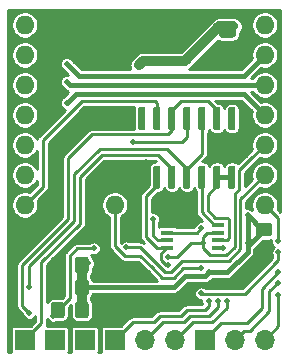
<source format=gbr>
G04 #@! TF.GenerationSoftware,KiCad,Pcbnew,(5.1.5)-3*
G04 #@! TF.CreationDate,2021-02-17T22:29:51-05:00*
G04 #@! TF.ProjectId,c128-sram256KB,63313238-2d73-4726-916d-3235364b422e,rev?*
G04 #@! TF.SameCoordinates,Original*
G04 #@! TF.FileFunction,Copper,L2,Bot*
G04 #@! TF.FilePolarity,Positive*
%FSLAX46Y46*%
G04 Gerber Fmt 4.6, Leading zero omitted, Abs format (unit mm)*
G04 Created by KiCad (PCBNEW (5.1.5)-3) date 2021-02-17 22:29:51*
%MOMM*%
%LPD*%
G04 APERTURE LIST*
%ADD10O,1.600000X1.600000*%
%ADD11R,1.700000X1.700000*%
%ADD12O,1.700000X1.700000*%
%ADD13C,0.100000*%
%ADD14R,1.100000X0.400000*%
%ADD15C,0.500000*%
%ADD16C,0.800000*%
%ADD17C,0.880000*%
%ADD18C,0.454000*%
%ADD19C,0.288000*%
%ADD20C,0.233000*%
G04 APERTURE END LIST*
D10*
X73659880Y-96521160D03*
X81279880Y-111761160D03*
X73659880Y-99061160D03*
X73659880Y-101601160D03*
X73659880Y-104141160D03*
X73659880Y-106681160D03*
X73659880Y-109221160D03*
X73659880Y-111761160D03*
X73659880Y-114301160D03*
X93979880Y-96521160D03*
X93979880Y-99061160D03*
X93979880Y-101601160D03*
X93979880Y-104141160D03*
X93979880Y-106681160D03*
X93979880Y-109221160D03*
X93979880Y-111761160D03*
D11*
X88900000Y-123190000D03*
D12*
X91440000Y-123190000D03*
X93980000Y-123190000D03*
X86360000Y-123190000D03*
X83820000Y-123190000D03*
D11*
X81280000Y-123190000D03*
X73660000Y-123190000D03*
X76200000Y-123190000D03*
X78740000Y-123190000D03*
G04 #@! TA.AperFunction,SMDPad,CuDef*
D13*
G36*
X91279505Y-98495204D02*
G01*
X91303773Y-98498804D01*
X91327572Y-98504765D01*
X91350671Y-98513030D01*
X91372850Y-98523520D01*
X91393893Y-98536132D01*
X91413599Y-98550747D01*
X91431777Y-98567223D01*
X91448253Y-98585401D01*
X91462868Y-98605107D01*
X91475480Y-98626150D01*
X91485970Y-98648329D01*
X91494235Y-98671428D01*
X91500196Y-98695227D01*
X91503796Y-98719495D01*
X91505000Y-98743999D01*
X91505000Y-99394001D01*
X91503796Y-99418505D01*
X91500196Y-99442773D01*
X91494235Y-99466572D01*
X91485970Y-99489671D01*
X91475480Y-99511850D01*
X91462868Y-99532893D01*
X91448253Y-99552599D01*
X91431777Y-99570777D01*
X91413599Y-99587253D01*
X91393893Y-99601868D01*
X91372850Y-99614480D01*
X91350671Y-99624970D01*
X91327572Y-99633235D01*
X91303773Y-99639196D01*
X91279505Y-99642796D01*
X91255001Y-99644000D01*
X90354999Y-99644000D01*
X90330495Y-99642796D01*
X90306227Y-99639196D01*
X90282428Y-99633235D01*
X90259329Y-99624970D01*
X90237150Y-99614480D01*
X90216107Y-99601868D01*
X90196401Y-99587253D01*
X90178223Y-99570777D01*
X90161747Y-99552599D01*
X90147132Y-99532893D01*
X90134520Y-99511850D01*
X90124030Y-99489671D01*
X90115765Y-99466572D01*
X90109804Y-99442773D01*
X90106204Y-99418505D01*
X90105000Y-99394001D01*
X90105000Y-98743999D01*
X90106204Y-98719495D01*
X90109804Y-98695227D01*
X90115765Y-98671428D01*
X90124030Y-98648329D01*
X90134520Y-98626150D01*
X90147132Y-98605107D01*
X90161747Y-98585401D01*
X90178223Y-98567223D01*
X90196401Y-98550747D01*
X90216107Y-98536132D01*
X90237150Y-98523520D01*
X90259329Y-98513030D01*
X90282428Y-98504765D01*
X90306227Y-98498804D01*
X90330495Y-98495204D01*
X90354999Y-98494000D01*
X91255001Y-98494000D01*
X91279505Y-98495204D01*
G37*
G04 #@! TD.AperFunction*
G04 #@! TA.AperFunction,SMDPad,CuDef*
G36*
X91279505Y-96445204D02*
G01*
X91303773Y-96448804D01*
X91327572Y-96454765D01*
X91350671Y-96463030D01*
X91372850Y-96473520D01*
X91393893Y-96486132D01*
X91413599Y-96500747D01*
X91431777Y-96517223D01*
X91448253Y-96535401D01*
X91462868Y-96555107D01*
X91475480Y-96576150D01*
X91485970Y-96598329D01*
X91494235Y-96621428D01*
X91500196Y-96645227D01*
X91503796Y-96669495D01*
X91505000Y-96693999D01*
X91505000Y-97344001D01*
X91503796Y-97368505D01*
X91500196Y-97392773D01*
X91494235Y-97416572D01*
X91485970Y-97439671D01*
X91475480Y-97461850D01*
X91462868Y-97482893D01*
X91448253Y-97502599D01*
X91431777Y-97520777D01*
X91413599Y-97537253D01*
X91393893Y-97551868D01*
X91372850Y-97564480D01*
X91350671Y-97574970D01*
X91327572Y-97583235D01*
X91303773Y-97589196D01*
X91279505Y-97592796D01*
X91255001Y-97594000D01*
X90354999Y-97594000D01*
X90330495Y-97592796D01*
X90306227Y-97589196D01*
X90282428Y-97583235D01*
X90259329Y-97574970D01*
X90237150Y-97564480D01*
X90216107Y-97551868D01*
X90196401Y-97537253D01*
X90178223Y-97520777D01*
X90161747Y-97502599D01*
X90147132Y-97482893D01*
X90134520Y-97461850D01*
X90124030Y-97439671D01*
X90115765Y-97416572D01*
X90109804Y-97392773D01*
X90106204Y-97368505D01*
X90105000Y-97344001D01*
X90105000Y-96693999D01*
X90106204Y-96669495D01*
X90109804Y-96645227D01*
X90115765Y-96621428D01*
X90124030Y-96598329D01*
X90134520Y-96576150D01*
X90147132Y-96555107D01*
X90161747Y-96535401D01*
X90178223Y-96517223D01*
X90196401Y-96500747D01*
X90216107Y-96486132D01*
X90237150Y-96473520D01*
X90259329Y-96463030D01*
X90282428Y-96454765D01*
X90306227Y-96448804D01*
X90330495Y-96445204D01*
X90354999Y-96444000D01*
X91255001Y-96444000D01*
X91279505Y-96445204D01*
G37*
G04 #@! TD.AperFunction*
G04 #@! TA.AperFunction,SMDPad,CuDef*
G36*
X76794505Y-118046204D02*
G01*
X76818773Y-118049804D01*
X76842572Y-118055765D01*
X76865671Y-118064030D01*
X76887850Y-118074520D01*
X76908893Y-118087132D01*
X76928599Y-118101747D01*
X76946777Y-118118223D01*
X76963253Y-118136401D01*
X76977868Y-118156107D01*
X76990480Y-118177150D01*
X77000970Y-118199329D01*
X77009235Y-118222428D01*
X77015196Y-118246227D01*
X77018796Y-118270495D01*
X77020000Y-118294999D01*
X77020000Y-119195001D01*
X77018796Y-119219505D01*
X77015196Y-119243773D01*
X77009235Y-119267572D01*
X77000970Y-119290671D01*
X76990480Y-119312850D01*
X76977868Y-119333893D01*
X76963253Y-119353599D01*
X76946777Y-119371777D01*
X76928599Y-119388253D01*
X76908893Y-119402868D01*
X76887850Y-119415480D01*
X76865671Y-119425970D01*
X76842572Y-119434235D01*
X76818773Y-119440196D01*
X76794505Y-119443796D01*
X76770001Y-119445000D01*
X76119999Y-119445000D01*
X76095495Y-119443796D01*
X76071227Y-119440196D01*
X76047428Y-119434235D01*
X76024329Y-119425970D01*
X76002150Y-119415480D01*
X75981107Y-119402868D01*
X75961401Y-119388253D01*
X75943223Y-119371777D01*
X75926747Y-119353599D01*
X75912132Y-119333893D01*
X75899520Y-119312850D01*
X75889030Y-119290671D01*
X75880765Y-119267572D01*
X75874804Y-119243773D01*
X75871204Y-119219505D01*
X75870000Y-119195001D01*
X75870000Y-118294999D01*
X75871204Y-118270495D01*
X75874804Y-118246227D01*
X75880765Y-118222428D01*
X75889030Y-118199329D01*
X75899520Y-118177150D01*
X75912132Y-118156107D01*
X75926747Y-118136401D01*
X75943223Y-118118223D01*
X75961401Y-118101747D01*
X75981107Y-118087132D01*
X76002150Y-118074520D01*
X76024329Y-118064030D01*
X76047428Y-118055765D01*
X76071227Y-118049804D01*
X76095495Y-118046204D01*
X76119999Y-118045000D01*
X76770001Y-118045000D01*
X76794505Y-118046204D01*
G37*
G04 #@! TD.AperFunction*
G04 #@! TA.AperFunction,SMDPad,CuDef*
G36*
X78844505Y-118046204D02*
G01*
X78868773Y-118049804D01*
X78892572Y-118055765D01*
X78915671Y-118064030D01*
X78937850Y-118074520D01*
X78958893Y-118087132D01*
X78978599Y-118101747D01*
X78996777Y-118118223D01*
X79013253Y-118136401D01*
X79027868Y-118156107D01*
X79040480Y-118177150D01*
X79050970Y-118199329D01*
X79059235Y-118222428D01*
X79065196Y-118246227D01*
X79068796Y-118270495D01*
X79070000Y-118294999D01*
X79070000Y-119195001D01*
X79068796Y-119219505D01*
X79065196Y-119243773D01*
X79059235Y-119267572D01*
X79050970Y-119290671D01*
X79040480Y-119312850D01*
X79027868Y-119333893D01*
X79013253Y-119353599D01*
X78996777Y-119371777D01*
X78978599Y-119388253D01*
X78958893Y-119402868D01*
X78937850Y-119415480D01*
X78915671Y-119425970D01*
X78892572Y-119434235D01*
X78868773Y-119440196D01*
X78844505Y-119443796D01*
X78820001Y-119445000D01*
X78169999Y-119445000D01*
X78145495Y-119443796D01*
X78121227Y-119440196D01*
X78097428Y-119434235D01*
X78074329Y-119425970D01*
X78052150Y-119415480D01*
X78031107Y-119402868D01*
X78011401Y-119388253D01*
X77993223Y-119371777D01*
X77976747Y-119353599D01*
X77962132Y-119333893D01*
X77949520Y-119312850D01*
X77939030Y-119290671D01*
X77930765Y-119267572D01*
X77924804Y-119243773D01*
X77921204Y-119219505D01*
X77920000Y-119195001D01*
X77920000Y-118294999D01*
X77921204Y-118270495D01*
X77924804Y-118246227D01*
X77930765Y-118222428D01*
X77939030Y-118199329D01*
X77949520Y-118177150D01*
X77962132Y-118156107D01*
X77976747Y-118136401D01*
X77993223Y-118118223D01*
X78011401Y-118101747D01*
X78031107Y-118087132D01*
X78052150Y-118074520D01*
X78074329Y-118064030D01*
X78097428Y-118055765D01*
X78121227Y-118049804D01*
X78145495Y-118046204D01*
X78169999Y-118045000D01*
X78820001Y-118045000D01*
X78844505Y-118046204D01*
G37*
G04 #@! TD.AperFunction*
G04 #@! TA.AperFunction,SMDPad,CuDef*
G36*
X94391005Y-115322704D02*
G01*
X94415273Y-115326304D01*
X94439072Y-115332265D01*
X94462171Y-115340530D01*
X94484350Y-115351020D01*
X94505393Y-115363632D01*
X94525099Y-115378247D01*
X94543277Y-115394723D01*
X94559753Y-115412901D01*
X94574368Y-115432607D01*
X94586980Y-115453650D01*
X94597470Y-115475829D01*
X94605735Y-115498928D01*
X94611696Y-115522727D01*
X94615296Y-115546995D01*
X94616500Y-115571499D01*
X94616500Y-116221501D01*
X94615296Y-116246005D01*
X94611696Y-116270273D01*
X94605735Y-116294072D01*
X94597470Y-116317171D01*
X94586980Y-116339350D01*
X94574368Y-116360393D01*
X94559753Y-116380099D01*
X94543277Y-116398277D01*
X94525099Y-116414753D01*
X94505393Y-116429368D01*
X94484350Y-116441980D01*
X94462171Y-116452470D01*
X94439072Y-116460735D01*
X94415273Y-116466696D01*
X94391005Y-116470296D01*
X94366501Y-116471500D01*
X93466499Y-116471500D01*
X93441995Y-116470296D01*
X93417727Y-116466696D01*
X93393928Y-116460735D01*
X93370829Y-116452470D01*
X93348650Y-116441980D01*
X93327607Y-116429368D01*
X93307901Y-116414753D01*
X93289723Y-116398277D01*
X93273247Y-116380099D01*
X93258632Y-116360393D01*
X93246020Y-116339350D01*
X93235530Y-116317171D01*
X93227265Y-116294072D01*
X93221304Y-116270273D01*
X93217704Y-116246005D01*
X93216500Y-116221501D01*
X93216500Y-115571499D01*
X93217704Y-115546995D01*
X93221304Y-115522727D01*
X93227265Y-115498928D01*
X93235530Y-115475829D01*
X93246020Y-115453650D01*
X93258632Y-115432607D01*
X93273247Y-115412901D01*
X93289723Y-115394723D01*
X93307901Y-115378247D01*
X93327607Y-115363632D01*
X93348650Y-115351020D01*
X93370829Y-115340530D01*
X93393928Y-115332265D01*
X93417727Y-115326304D01*
X93441995Y-115322704D01*
X93466499Y-115321500D01*
X94366501Y-115321500D01*
X94391005Y-115322704D01*
G37*
G04 #@! TD.AperFunction*
G04 #@! TA.AperFunction,SMDPad,CuDef*
G36*
X94391005Y-113272704D02*
G01*
X94415273Y-113276304D01*
X94439072Y-113282265D01*
X94462171Y-113290530D01*
X94484350Y-113301020D01*
X94505393Y-113313632D01*
X94525099Y-113328247D01*
X94543277Y-113344723D01*
X94559753Y-113362901D01*
X94574368Y-113382607D01*
X94586980Y-113403650D01*
X94597470Y-113425829D01*
X94605735Y-113448928D01*
X94611696Y-113472727D01*
X94615296Y-113496995D01*
X94616500Y-113521499D01*
X94616500Y-114171501D01*
X94615296Y-114196005D01*
X94611696Y-114220273D01*
X94605735Y-114244072D01*
X94597470Y-114267171D01*
X94586980Y-114289350D01*
X94574368Y-114310393D01*
X94559753Y-114330099D01*
X94543277Y-114348277D01*
X94525099Y-114364753D01*
X94505393Y-114379368D01*
X94484350Y-114391980D01*
X94462171Y-114402470D01*
X94439072Y-114410735D01*
X94415273Y-114416696D01*
X94391005Y-114420296D01*
X94366501Y-114421500D01*
X93466499Y-114421500D01*
X93441995Y-114420296D01*
X93417727Y-114416696D01*
X93393928Y-114410735D01*
X93370829Y-114402470D01*
X93348650Y-114391980D01*
X93327607Y-114379368D01*
X93307901Y-114364753D01*
X93289723Y-114348277D01*
X93273247Y-114330099D01*
X93258632Y-114310393D01*
X93246020Y-114289350D01*
X93235530Y-114267171D01*
X93227265Y-114244072D01*
X93221304Y-114220273D01*
X93217704Y-114196005D01*
X93216500Y-114171501D01*
X93216500Y-113521499D01*
X93217704Y-113496995D01*
X93221304Y-113472727D01*
X93227265Y-113448928D01*
X93235530Y-113425829D01*
X93246020Y-113403650D01*
X93258632Y-113382607D01*
X93273247Y-113362901D01*
X93289723Y-113344723D01*
X93307901Y-113328247D01*
X93327607Y-113313632D01*
X93348650Y-113301020D01*
X93370829Y-113290530D01*
X93393928Y-113282265D01*
X93417727Y-113276304D01*
X93441995Y-113272704D01*
X93466499Y-113271500D01*
X94366501Y-113271500D01*
X94391005Y-113272704D01*
G37*
G04 #@! TD.AperFunction*
G04 #@! TA.AperFunction,SMDPad,CuDef*
G36*
X76794505Y-119951204D02*
G01*
X76818773Y-119954804D01*
X76842572Y-119960765D01*
X76865671Y-119969030D01*
X76887850Y-119979520D01*
X76908893Y-119992132D01*
X76928599Y-120006747D01*
X76946777Y-120023223D01*
X76963253Y-120041401D01*
X76977868Y-120061107D01*
X76990480Y-120082150D01*
X77000970Y-120104329D01*
X77009235Y-120127428D01*
X77015196Y-120151227D01*
X77018796Y-120175495D01*
X77020000Y-120199999D01*
X77020000Y-121100001D01*
X77018796Y-121124505D01*
X77015196Y-121148773D01*
X77009235Y-121172572D01*
X77000970Y-121195671D01*
X76990480Y-121217850D01*
X76977868Y-121238893D01*
X76963253Y-121258599D01*
X76946777Y-121276777D01*
X76928599Y-121293253D01*
X76908893Y-121307868D01*
X76887850Y-121320480D01*
X76865671Y-121330970D01*
X76842572Y-121339235D01*
X76818773Y-121345196D01*
X76794505Y-121348796D01*
X76770001Y-121350000D01*
X76119999Y-121350000D01*
X76095495Y-121348796D01*
X76071227Y-121345196D01*
X76047428Y-121339235D01*
X76024329Y-121330970D01*
X76002150Y-121320480D01*
X75981107Y-121307868D01*
X75961401Y-121293253D01*
X75943223Y-121276777D01*
X75926747Y-121258599D01*
X75912132Y-121238893D01*
X75899520Y-121217850D01*
X75889030Y-121195671D01*
X75880765Y-121172572D01*
X75874804Y-121148773D01*
X75871204Y-121124505D01*
X75870000Y-121100001D01*
X75870000Y-120199999D01*
X75871204Y-120175495D01*
X75874804Y-120151227D01*
X75880765Y-120127428D01*
X75889030Y-120104329D01*
X75899520Y-120082150D01*
X75912132Y-120061107D01*
X75926747Y-120041401D01*
X75943223Y-120023223D01*
X75961401Y-120006747D01*
X75981107Y-119992132D01*
X76002150Y-119979520D01*
X76024329Y-119969030D01*
X76047428Y-119960765D01*
X76071227Y-119954804D01*
X76095495Y-119951204D01*
X76119999Y-119950000D01*
X76770001Y-119950000D01*
X76794505Y-119951204D01*
G37*
G04 #@! TD.AperFunction*
G04 #@! TA.AperFunction,SMDPad,CuDef*
G36*
X78844505Y-119951204D02*
G01*
X78868773Y-119954804D01*
X78892572Y-119960765D01*
X78915671Y-119969030D01*
X78937850Y-119979520D01*
X78958893Y-119992132D01*
X78978599Y-120006747D01*
X78996777Y-120023223D01*
X79013253Y-120041401D01*
X79027868Y-120061107D01*
X79040480Y-120082150D01*
X79050970Y-120104329D01*
X79059235Y-120127428D01*
X79065196Y-120151227D01*
X79068796Y-120175495D01*
X79070000Y-120199999D01*
X79070000Y-121100001D01*
X79068796Y-121124505D01*
X79065196Y-121148773D01*
X79059235Y-121172572D01*
X79050970Y-121195671D01*
X79040480Y-121217850D01*
X79027868Y-121238893D01*
X79013253Y-121258599D01*
X78996777Y-121276777D01*
X78978599Y-121293253D01*
X78958893Y-121307868D01*
X78937850Y-121320480D01*
X78915671Y-121330970D01*
X78892572Y-121339235D01*
X78868773Y-121345196D01*
X78844505Y-121348796D01*
X78820001Y-121350000D01*
X78169999Y-121350000D01*
X78145495Y-121348796D01*
X78121227Y-121345196D01*
X78097428Y-121339235D01*
X78074329Y-121330970D01*
X78052150Y-121320480D01*
X78031107Y-121307868D01*
X78011401Y-121293253D01*
X77993223Y-121276777D01*
X77976747Y-121258599D01*
X77962132Y-121238893D01*
X77949520Y-121217850D01*
X77939030Y-121195671D01*
X77930765Y-121172572D01*
X77924804Y-121148773D01*
X77921204Y-121124505D01*
X77920000Y-121100001D01*
X77920000Y-120199999D01*
X77921204Y-120175495D01*
X77924804Y-120151227D01*
X77930765Y-120127428D01*
X77939030Y-120104329D01*
X77949520Y-120082150D01*
X77962132Y-120061107D01*
X77976747Y-120041401D01*
X77993223Y-120023223D01*
X78011401Y-120006747D01*
X78031107Y-119992132D01*
X78052150Y-119979520D01*
X78074329Y-119969030D01*
X78097428Y-119960765D01*
X78121227Y-119954804D01*
X78145495Y-119951204D01*
X78169999Y-119950000D01*
X78820001Y-119950000D01*
X78844505Y-119951204D01*
G37*
G04 #@! TD.AperFunction*
G04 #@! TA.AperFunction,SMDPad,CuDef*
G36*
X78844505Y-116141204D02*
G01*
X78868773Y-116144804D01*
X78892572Y-116150765D01*
X78915671Y-116159030D01*
X78937850Y-116169520D01*
X78958893Y-116182132D01*
X78978599Y-116196747D01*
X78996777Y-116213223D01*
X79013253Y-116231401D01*
X79027868Y-116251107D01*
X79040480Y-116272150D01*
X79050970Y-116294329D01*
X79059235Y-116317428D01*
X79065196Y-116341227D01*
X79068796Y-116365495D01*
X79070000Y-116389999D01*
X79070000Y-117290001D01*
X79068796Y-117314505D01*
X79065196Y-117338773D01*
X79059235Y-117362572D01*
X79050970Y-117385671D01*
X79040480Y-117407850D01*
X79027868Y-117428893D01*
X79013253Y-117448599D01*
X78996777Y-117466777D01*
X78978599Y-117483253D01*
X78958893Y-117497868D01*
X78937850Y-117510480D01*
X78915671Y-117520970D01*
X78892572Y-117529235D01*
X78868773Y-117535196D01*
X78844505Y-117538796D01*
X78820001Y-117540000D01*
X78169999Y-117540000D01*
X78145495Y-117538796D01*
X78121227Y-117535196D01*
X78097428Y-117529235D01*
X78074329Y-117520970D01*
X78052150Y-117510480D01*
X78031107Y-117497868D01*
X78011401Y-117483253D01*
X77993223Y-117466777D01*
X77976747Y-117448599D01*
X77962132Y-117428893D01*
X77949520Y-117407850D01*
X77939030Y-117385671D01*
X77930765Y-117362572D01*
X77924804Y-117338773D01*
X77921204Y-117314505D01*
X77920000Y-117290001D01*
X77920000Y-116389999D01*
X77921204Y-116365495D01*
X77924804Y-116341227D01*
X77930765Y-116317428D01*
X77939030Y-116294329D01*
X77949520Y-116272150D01*
X77962132Y-116251107D01*
X77976747Y-116231401D01*
X77993223Y-116213223D01*
X78011401Y-116196747D01*
X78031107Y-116182132D01*
X78052150Y-116169520D01*
X78074329Y-116159030D01*
X78097428Y-116150765D01*
X78121227Y-116144804D01*
X78145495Y-116141204D01*
X78169999Y-116140000D01*
X78820001Y-116140000D01*
X78844505Y-116141204D01*
G37*
G04 #@! TD.AperFunction*
G04 #@! TA.AperFunction,SMDPad,CuDef*
G36*
X76794505Y-116141204D02*
G01*
X76818773Y-116144804D01*
X76842572Y-116150765D01*
X76865671Y-116159030D01*
X76887850Y-116169520D01*
X76908893Y-116182132D01*
X76928599Y-116196747D01*
X76946777Y-116213223D01*
X76963253Y-116231401D01*
X76977868Y-116251107D01*
X76990480Y-116272150D01*
X77000970Y-116294329D01*
X77009235Y-116317428D01*
X77015196Y-116341227D01*
X77018796Y-116365495D01*
X77020000Y-116389999D01*
X77020000Y-117290001D01*
X77018796Y-117314505D01*
X77015196Y-117338773D01*
X77009235Y-117362572D01*
X77000970Y-117385671D01*
X76990480Y-117407850D01*
X76977868Y-117428893D01*
X76963253Y-117448599D01*
X76946777Y-117466777D01*
X76928599Y-117483253D01*
X76908893Y-117497868D01*
X76887850Y-117510480D01*
X76865671Y-117520970D01*
X76842572Y-117529235D01*
X76818773Y-117535196D01*
X76794505Y-117538796D01*
X76770001Y-117540000D01*
X76119999Y-117540000D01*
X76095495Y-117538796D01*
X76071227Y-117535196D01*
X76047428Y-117529235D01*
X76024329Y-117520970D01*
X76002150Y-117510480D01*
X75981107Y-117497868D01*
X75961401Y-117483253D01*
X75943223Y-117466777D01*
X75926747Y-117448599D01*
X75912132Y-117428893D01*
X75899520Y-117407850D01*
X75889030Y-117385671D01*
X75880765Y-117362572D01*
X75874804Y-117338773D01*
X75871204Y-117314505D01*
X75870000Y-117290001D01*
X75870000Y-116389999D01*
X75871204Y-116365495D01*
X75874804Y-116341227D01*
X75880765Y-116317428D01*
X75889030Y-116294329D01*
X75899520Y-116272150D01*
X75912132Y-116251107D01*
X75926747Y-116231401D01*
X75943223Y-116213223D01*
X75961401Y-116196747D01*
X75981107Y-116182132D01*
X76002150Y-116169520D01*
X76024329Y-116159030D01*
X76047428Y-116150765D01*
X76071227Y-116144804D01*
X76095495Y-116141204D01*
X76119999Y-116140000D01*
X76770001Y-116140000D01*
X76794505Y-116141204D01*
G37*
G04 #@! TD.AperFunction*
G04 #@! TA.AperFunction,SMDPad,CuDef*
G36*
X91350703Y-108434722D02*
G01*
X91365264Y-108436882D01*
X91379543Y-108440459D01*
X91393403Y-108445418D01*
X91406710Y-108451712D01*
X91419336Y-108459280D01*
X91431159Y-108468048D01*
X91442066Y-108477934D01*
X91451952Y-108488841D01*
X91460720Y-108500664D01*
X91468288Y-108513290D01*
X91474582Y-108526597D01*
X91479541Y-108540457D01*
X91483118Y-108554736D01*
X91485278Y-108569297D01*
X91486000Y-108584000D01*
X91486000Y-110234000D01*
X91485278Y-110248703D01*
X91483118Y-110263264D01*
X91479541Y-110277543D01*
X91474582Y-110291403D01*
X91468288Y-110304710D01*
X91460720Y-110317336D01*
X91451952Y-110329159D01*
X91442066Y-110340066D01*
X91431159Y-110349952D01*
X91419336Y-110358720D01*
X91406710Y-110366288D01*
X91393403Y-110372582D01*
X91379543Y-110377541D01*
X91365264Y-110381118D01*
X91350703Y-110383278D01*
X91336000Y-110384000D01*
X91036000Y-110384000D01*
X91021297Y-110383278D01*
X91006736Y-110381118D01*
X90992457Y-110377541D01*
X90978597Y-110372582D01*
X90965290Y-110366288D01*
X90952664Y-110358720D01*
X90940841Y-110349952D01*
X90929934Y-110340066D01*
X90920048Y-110329159D01*
X90911280Y-110317336D01*
X90903712Y-110304710D01*
X90897418Y-110291403D01*
X90892459Y-110277543D01*
X90888882Y-110263264D01*
X90886722Y-110248703D01*
X90886000Y-110234000D01*
X90886000Y-108584000D01*
X90886722Y-108569297D01*
X90888882Y-108554736D01*
X90892459Y-108540457D01*
X90897418Y-108526597D01*
X90903712Y-108513290D01*
X90911280Y-108500664D01*
X90920048Y-108488841D01*
X90929934Y-108477934D01*
X90940841Y-108468048D01*
X90952664Y-108459280D01*
X90965290Y-108451712D01*
X90978597Y-108445418D01*
X90992457Y-108440459D01*
X91006736Y-108436882D01*
X91021297Y-108434722D01*
X91036000Y-108434000D01*
X91336000Y-108434000D01*
X91350703Y-108434722D01*
G37*
G04 #@! TD.AperFunction*
G04 #@! TA.AperFunction,SMDPad,CuDef*
G36*
X90080703Y-108434722D02*
G01*
X90095264Y-108436882D01*
X90109543Y-108440459D01*
X90123403Y-108445418D01*
X90136710Y-108451712D01*
X90149336Y-108459280D01*
X90161159Y-108468048D01*
X90172066Y-108477934D01*
X90181952Y-108488841D01*
X90190720Y-108500664D01*
X90198288Y-108513290D01*
X90204582Y-108526597D01*
X90209541Y-108540457D01*
X90213118Y-108554736D01*
X90215278Y-108569297D01*
X90216000Y-108584000D01*
X90216000Y-110234000D01*
X90215278Y-110248703D01*
X90213118Y-110263264D01*
X90209541Y-110277543D01*
X90204582Y-110291403D01*
X90198288Y-110304710D01*
X90190720Y-110317336D01*
X90181952Y-110329159D01*
X90172066Y-110340066D01*
X90161159Y-110349952D01*
X90149336Y-110358720D01*
X90136710Y-110366288D01*
X90123403Y-110372582D01*
X90109543Y-110377541D01*
X90095264Y-110381118D01*
X90080703Y-110383278D01*
X90066000Y-110384000D01*
X89766000Y-110384000D01*
X89751297Y-110383278D01*
X89736736Y-110381118D01*
X89722457Y-110377541D01*
X89708597Y-110372582D01*
X89695290Y-110366288D01*
X89682664Y-110358720D01*
X89670841Y-110349952D01*
X89659934Y-110340066D01*
X89650048Y-110329159D01*
X89641280Y-110317336D01*
X89633712Y-110304710D01*
X89627418Y-110291403D01*
X89622459Y-110277543D01*
X89618882Y-110263264D01*
X89616722Y-110248703D01*
X89616000Y-110234000D01*
X89616000Y-108584000D01*
X89616722Y-108569297D01*
X89618882Y-108554736D01*
X89622459Y-108540457D01*
X89627418Y-108526597D01*
X89633712Y-108513290D01*
X89641280Y-108500664D01*
X89650048Y-108488841D01*
X89659934Y-108477934D01*
X89670841Y-108468048D01*
X89682664Y-108459280D01*
X89695290Y-108451712D01*
X89708597Y-108445418D01*
X89722457Y-108440459D01*
X89736736Y-108436882D01*
X89751297Y-108434722D01*
X89766000Y-108434000D01*
X90066000Y-108434000D01*
X90080703Y-108434722D01*
G37*
G04 #@! TD.AperFunction*
G04 #@! TA.AperFunction,SMDPad,CuDef*
G36*
X88810703Y-108434722D02*
G01*
X88825264Y-108436882D01*
X88839543Y-108440459D01*
X88853403Y-108445418D01*
X88866710Y-108451712D01*
X88879336Y-108459280D01*
X88891159Y-108468048D01*
X88902066Y-108477934D01*
X88911952Y-108488841D01*
X88920720Y-108500664D01*
X88928288Y-108513290D01*
X88934582Y-108526597D01*
X88939541Y-108540457D01*
X88943118Y-108554736D01*
X88945278Y-108569297D01*
X88946000Y-108584000D01*
X88946000Y-110234000D01*
X88945278Y-110248703D01*
X88943118Y-110263264D01*
X88939541Y-110277543D01*
X88934582Y-110291403D01*
X88928288Y-110304710D01*
X88920720Y-110317336D01*
X88911952Y-110329159D01*
X88902066Y-110340066D01*
X88891159Y-110349952D01*
X88879336Y-110358720D01*
X88866710Y-110366288D01*
X88853403Y-110372582D01*
X88839543Y-110377541D01*
X88825264Y-110381118D01*
X88810703Y-110383278D01*
X88796000Y-110384000D01*
X88496000Y-110384000D01*
X88481297Y-110383278D01*
X88466736Y-110381118D01*
X88452457Y-110377541D01*
X88438597Y-110372582D01*
X88425290Y-110366288D01*
X88412664Y-110358720D01*
X88400841Y-110349952D01*
X88389934Y-110340066D01*
X88380048Y-110329159D01*
X88371280Y-110317336D01*
X88363712Y-110304710D01*
X88357418Y-110291403D01*
X88352459Y-110277543D01*
X88348882Y-110263264D01*
X88346722Y-110248703D01*
X88346000Y-110234000D01*
X88346000Y-108584000D01*
X88346722Y-108569297D01*
X88348882Y-108554736D01*
X88352459Y-108540457D01*
X88357418Y-108526597D01*
X88363712Y-108513290D01*
X88371280Y-108500664D01*
X88380048Y-108488841D01*
X88389934Y-108477934D01*
X88400841Y-108468048D01*
X88412664Y-108459280D01*
X88425290Y-108451712D01*
X88438597Y-108445418D01*
X88452457Y-108440459D01*
X88466736Y-108436882D01*
X88481297Y-108434722D01*
X88496000Y-108434000D01*
X88796000Y-108434000D01*
X88810703Y-108434722D01*
G37*
G04 #@! TD.AperFunction*
G04 #@! TA.AperFunction,SMDPad,CuDef*
G36*
X87540703Y-108434722D02*
G01*
X87555264Y-108436882D01*
X87569543Y-108440459D01*
X87583403Y-108445418D01*
X87596710Y-108451712D01*
X87609336Y-108459280D01*
X87621159Y-108468048D01*
X87632066Y-108477934D01*
X87641952Y-108488841D01*
X87650720Y-108500664D01*
X87658288Y-108513290D01*
X87664582Y-108526597D01*
X87669541Y-108540457D01*
X87673118Y-108554736D01*
X87675278Y-108569297D01*
X87676000Y-108584000D01*
X87676000Y-110234000D01*
X87675278Y-110248703D01*
X87673118Y-110263264D01*
X87669541Y-110277543D01*
X87664582Y-110291403D01*
X87658288Y-110304710D01*
X87650720Y-110317336D01*
X87641952Y-110329159D01*
X87632066Y-110340066D01*
X87621159Y-110349952D01*
X87609336Y-110358720D01*
X87596710Y-110366288D01*
X87583403Y-110372582D01*
X87569543Y-110377541D01*
X87555264Y-110381118D01*
X87540703Y-110383278D01*
X87526000Y-110384000D01*
X87226000Y-110384000D01*
X87211297Y-110383278D01*
X87196736Y-110381118D01*
X87182457Y-110377541D01*
X87168597Y-110372582D01*
X87155290Y-110366288D01*
X87142664Y-110358720D01*
X87130841Y-110349952D01*
X87119934Y-110340066D01*
X87110048Y-110329159D01*
X87101280Y-110317336D01*
X87093712Y-110304710D01*
X87087418Y-110291403D01*
X87082459Y-110277543D01*
X87078882Y-110263264D01*
X87076722Y-110248703D01*
X87076000Y-110234000D01*
X87076000Y-108584000D01*
X87076722Y-108569297D01*
X87078882Y-108554736D01*
X87082459Y-108540457D01*
X87087418Y-108526597D01*
X87093712Y-108513290D01*
X87101280Y-108500664D01*
X87110048Y-108488841D01*
X87119934Y-108477934D01*
X87130841Y-108468048D01*
X87142664Y-108459280D01*
X87155290Y-108451712D01*
X87168597Y-108445418D01*
X87182457Y-108440459D01*
X87196736Y-108436882D01*
X87211297Y-108434722D01*
X87226000Y-108434000D01*
X87526000Y-108434000D01*
X87540703Y-108434722D01*
G37*
G04 #@! TD.AperFunction*
G04 #@! TA.AperFunction,SMDPad,CuDef*
G36*
X86270703Y-108434722D02*
G01*
X86285264Y-108436882D01*
X86299543Y-108440459D01*
X86313403Y-108445418D01*
X86326710Y-108451712D01*
X86339336Y-108459280D01*
X86351159Y-108468048D01*
X86362066Y-108477934D01*
X86371952Y-108488841D01*
X86380720Y-108500664D01*
X86388288Y-108513290D01*
X86394582Y-108526597D01*
X86399541Y-108540457D01*
X86403118Y-108554736D01*
X86405278Y-108569297D01*
X86406000Y-108584000D01*
X86406000Y-110234000D01*
X86405278Y-110248703D01*
X86403118Y-110263264D01*
X86399541Y-110277543D01*
X86394582Y-110291403D01*
X86388288Y-110304710D01*
X86380720Y-110317336D01*
X86371952Y-110329159D01*
X86362066Y-110340066D01*
X86351159Y-110349952D01*
X86339336Y-110358720D01*
X86326710Y-110366288D01*
X86313403Y-110372582D01*
X86299543Y-110377541D01*
X86285264Y-110381118D01*
X86270703Y-110383278D01*
X86256000Y-110384000D01*
X85956000Y-110384000D01*
X85941297Y-110383278D01*
X85926736Y-110381118D01*
X85912457Y-110377541D01*
X85898597Y-110372582D01*
X85885290Y-110366288D01*
X85872664Y-110358720D01*
X85860841Y-110349952D01*
X85849934Y-110340066D01*
X85840048Y-110329159D01*
X85831280Y-110317336D01*
X85823712Y-110304710D01*
X85817418Y-110291403D01*
X85812459Y-110277543D01*
X85808882Y-110263264D01*
X85806722Y-110248703D01*
X85806000Y-110234000D01*
X85806000Y-108584000D01*
X85806722Y-108569297D01*
X85808882Y-108554736D01*
X85812459Y-108540457D01*
X85817418Y-108526597D01*
X85823712Y-108513290D01*
X85831280Y-108500664D01*
X85840048Y-108488841D01*
X85849934Y-108477934D01*
X85860841Y-108468048D01*
X85872664Y-108459280D01*
X85885290Y-108451712D01*
X85898597Y-108445418D01*
X85912457Y-108440459D01*
X85926736Y-108436882D01*
X85941297Y-108434722D01*
X85956000Y-108434000D01*
X86256000Y-108434000D01*
X86270703Y-108434722D01*
G37*
G04 #@! TD.AperFunction*
G04 #@! TA.AperFunction,SMDPad,CuDef*
G36*
X85000703Y-108434722D02*
G01*
X85015264Y-108436882D01*
X85029543Y-108440459D01*
X85043403Y-108445418D01*
X85056710Y-108451712D01*
X85069336Y-108459280D01*
X85081159Y-108468048D01*
X85092066Y-108477934D01*
X85101952Y-108488841D01*
X85110720Y-108500664D01*
X85118288Y-108513290D01*
X85124582Y-108526597D01*
X85129541Y-108540457D01*
X85133118Y-108554736D01*
X85135278Y-108569297D01*
X85136000Y-108584000D01*
X85136000Y-110234000D01*
X85135278Y-110248703D01*
X85133118Y-110263264D01*
X85129541Y-110277543D01*
X85124582Y-110291403D01*
X85118288Y-110304710D01*
X85110720Y-110317336D01*
X85101952Y-110329159D01*
X85092066Y-110340066D01*
X85081159Y-110349952D01*
X85069336Y-110358720D01*
X85056710Y-110366288D01*
X85043403Y-110372582D01*
X85029543Y-110377541D01*
X85015264Y-110381118D01*
X85000703Y-110383278D01*
X84986000Y-110384000D01*
X84686000Y-110384000D01*
X84671297Y-110383278D01*
X84656736Y-110381118D01*
X84642457Y-110377541D01*
X84628597Y-110372582D01*
X84615290Y-110366288D01*
X84602664Y-110358720D01*
X84590841Y-110349952D01*
X84579934Y-110340066D01*
X84570048Y-110329159D01*
X84561280Y-110317336D01*
X84553712Y-110304710D01*
X84547418Y-110291403D01*
X84542459Y-110277543D01*
X84538882Y-110263264D01*
X84536722Y-110248703D01*
X84536000Y-110234000D01*
X84536000Y-108584000D01*
X84536722Y-108569297D01*
X84538882Y-108554736D01*
X84542459Y-108540457D01*
X84547418Y-108526597D01*
X84553712Y-108513290D01*
X84561280Y-108500664D01*
X84570048Y-108488841D01*
X84579934Y-108477934D01*
X84590841Y-108468048D01*
X84602664Y-108459280D01*
X84615290Y-108451712D01*
X84628597Y-108445418D01*
X84642457Y-108440459D01*
X84656736Y-108436882D01*
X84671297Y-108434722D01*
X84686000Y-108434000D01*
X84986000Y-108434000D01*
X85000703Y-108434722D01*
G37*
G04 #@! TD.AperFunction*
G04 #@! TA.AperFunction,SMDPad,CuDef*
G36*
X83730703Y-108434722D02*
G01*
X83745264Y-108436882D01*
X83759543Y-108440459D01*
X83773403Y-108445418D01*
X83786710Y-108451712D01*
X83799336Y-108459280D01*
X83811159Y-108468048D01*
X83822066Y-108477934D01*
X83831952Y-108488841D01*
X83840720Y-108500664D01*
X83848288Y-108513290D01*
X83854582Y-108526597D01*
X83859541Y-108540457D01*
X83863118Y-108554736D01*
X83865278Y-108569297D01*
X83866000Y-108584000D01*
X83866000Y-110234000D01*
X83865278Y-110248703D01*
X83863118Y-110263264D01*
X83859541Y-110277543D01*
X83854582Y-110291403D01*
X83848288Y-110304710D01*
X83840720Y-110317336D01*
X83831952Y-110329159D01*
X83822066Y-110340066D01*
X83811159Y-110349952D01*
X83799336Y-110358720D01*
X83786710Y-110366288D01*
X83773403Y-110372582D01*
X83759543Y-110377541D01*
X83745264Y-110381118D01*
X83730703Y-110383278D01*
X83716000Y-110384000D01*
X83416000Y-110384000D01*
X83401297Y-110383278D01*
X83386736Y-110381118D01*
X83372457Y-110377541D01*
X83358597Y-110372582D01*
X83345290Y-110366288D01*
X83332664Y-110358720D01*
X83320841Y-110349952D01*
X83309934Y-110340066D01*
X83300048Y-110329159D01*
X83291280Y-110317336D01*
X83283712Y-110304710D01*
X83277418Y-110291403D01*
X83272459Y-110277543D01*
X83268882Y-110263264D01*
X83266722Y-110248703D01*
X83266000Y-110234000D01*
X83266000Y-108584000D01*
X83266722Y-108569297D01*
X83268882Y-108554736D01*
X83272459Y-108540457D01*
X83277418Y-108526597D01*
X83283712Y-108513290D01*
X83291280Y-108500664D01*
X83300048Y-108488841D01*
X83309934Y-108477934D01*
X83320841Y-108468048D01*
X83332664Y-108459280D01*
X83345290Y-108451712D01*
X83358597Y-108445418D01*
X83372457Y-108440459D01*
X83386736Y-108436882D01*
X83401297Y-108434722D01*
X83416000Y-108434000D01*
X83716000Y-108434000D01*
X83730703Y-108434722D01*
G37*
G04 #@! TD.AperFunction*
G04 #@! TA.AperFunction,SMDPad,CuDef*
G36*
X83730703Y-103484722D02*
G01*
X83745264Y-103486882D01*
X83759543Y-103490459D01*
X83773403Y-103495418D01*
X83786710Y-103501712D01*
X83799336Y-103509280D01*
X83811159Y-103518048D01*
X83822066Y-103527934D01*
X83831952Y-103538841D01*
X83840720Y-103550664D01*
X83848288Y-103563290D01*
X83854582Y-103576597D01*
X83859541Y-103590457D01*
X83863118Y-103604736D01*
X83865278Y-103619297D01*
X83866000Y-103634000D01*
X83866000Y-105284000D01*
X83865278Y-105298703D01*
X83863118Y-105313264D01*
X83859541Y-105327543D01*
X83854582Y-105341403D01*
X83848288Y-105354710D01*
X83840720Y-105367336D01*
X83831952Y-105379159D01*
X83822066Y-105390066D01*
X83811159Y-105399952D01*
X83799336Y-105408720D01*
X83786710Y-105416288D01*
X83773403Y-105422582D01*
X83759543Y-105427541D01*
X83745264Y-105431118D01*
X83730703Y-105433278D01*
X83716000Y-105434000D01*
X83416000Y-105434000D01*
X83401297Y-105433278D01*
X83386736Y-105431118D01*
X83372457Y-105427541D01*
X83358597Y-105422582D01*
X83345290Y-105416288D01*
X83332664Y-105408720D01*
X83320841Y-105399952D01*
X83309934Y-105390066D01*
X83300048Y-105379159D01*
X83291280Y-105367336D01*
X83283712Y-105354710D01*
X83277418Y-105341403D01*
X83272459Y-105327543D01*
X83268882Y-105313264D01*
X83266722Y-105298703D01*
X83266000Y-105284000D01*
X83266000Y-103634000D01*
X83266722Y-103619297D01*
X83268882Y-103604736D01*
X83272459Y-103590457D01*
X83277418Y-103576597D01*
X83283712Y-103563290D01*
X83291280Y-103550664D01*
X83300048Y-103538841D01*
X83309934Y-103527934D01*
X83320841Y-103518048D01*
X83332664Y-103509280D01*
X83345290Y-103501712D01*
X83358597Y-103495418D01*
X83372457Y-103490459D01*
X83386736Y-103486882D01*
X83401297Y-103484722D01*
X83416000Y-103484000D01*
X83716000Y-103484000D01*
X83730703Y-103484722D01*
G37*
G04 #@! TD.AperFunction*
G04 #@! TA.AperFunction,SMDPad,CuDef*
G36*
X85000703Y-103484722D02*
G01*
X85015264Y-103486882D01*
X85029543Y-103490459D01*
X85043403Y-103495418D01*
X85056710Y-103501712D01*
X85069336Y-103509280D01*
X85081159Y-103518048D01*
X85092066Y-103527934D01*
X85101952Y-103538841D01*
X85110720Y-103550664D01*
X85118288Y-103563290D01*
X85124582Y-103576597D01*
X85129541Y-103590457D01*
X85133118Y-103604736D01*
X85135278Y-103619297D01*
X85136000Y-103634000D01*
X85136000Y-105284000D01*
X85135278Y-105298703D01*
X85133118Y-105313264D01*
X85129541Y-105327543D01*
X85124582Y-105341403D01*
X85118288Y-105354710D01*
X85110720Y-105367336D01*
X85101952Y-105379159D01*
X85092066Y-105390066D01*
X85081159Y-105399952D01*
X85069336Y-105408720D01*
X85056710Y-105416288D01*
X85043403Y-105422582D01*
X85029543Y-105427541D01*
X85015264Y-105431118D01*
X85000703Y-105433278D01*
X84986000Y-105434000D01*
X84686000Y-105434000D01*
X84671297Y-105433278D01*
X84656736Y-105431118D01*
X84642457Y-105427541D01*
X84628597Y-105422582D01*
X84615290Y-105416288D01*
X84602664Y-105408720D01*
X84590841Y-105399952D01*
X84579934Y-105390066D01*
X84570048Y-105379159D01*
X84561280Y-105367336D01*
X84553712Y-105354710D01*
X84547418Y-105341403D01*
X84542459Y-105327543D01*
X84538882Y-105313264D01*
X84536722Y-105298703D01*
X84536000Y-105284000D01*
X84536000Y-103634000D01*
X84536722Y-103619297D01*
X84538882Y-103604736D01*
X84542459Y-103590457D01*
X84547418Y-103576597D01*
X84553712Y-103563290D01*
X84561280Y-103550664D01*
X84570048Y-103538841D01*
X84579934Y-103527934D01*
X84590841Y-103518048D01*
X84602664Y-103509280D01*
X84615290Y-103501712D01*
X84628597Y-103495418D01*
X84642457Y-103490459D01*
X84656736Y-103486882D01*
X84671297Y-103484722D01*
X84686000Y-103484000D01*
X84986000Y-103484000D01*
X85000703Y-103484722D01*
G37*
G04 #@! TD.AperFunction*
G04 #@! TA.AperFunction,SMDPad,CuDef*
G36*
X86270703Y-103484722D02*
G01*
X86285264Y-103486882D01*
X86299543Y-103490459D01*
X86313403Y-103495418D01*
X86326710Y-103501712D01*
X86339336Y-103509280D01*
X86351159Y-103518048D01*
X86362066Y-103527934D01*
X86371952Y-103538841D01*
X86380720Y-103550664D01*
X86388288Y-103563290D01*
X86394582Y-103576597D01*
X86399541Y-103590457D01*
X86403118Y-103604736D01*
X86405278Y-103619297D01*
X86406000Y-103634000D01*
X86406000Y-105284000D01*
X86405278Y-105298703D01*
X86403118Y-105313264D01*
X86399541Y-105327543D01*
X86394582Y-105341403D01*
X86388288Y-105354710D01*
X86380720Y-105367336D01*
X86371952Y-105379159D01*
X86362066Y-105390066D01*
X86351159Y-105399952D01*
X86339336Y-105408720D01*
X86326710Y-105416288D01*
X86313403Y-105422582D01*
X86299543Y-105427541D01*
X86285264Y-105431118D01*
X86270703Y-105433278D01*
X86256000Y-105434000D01*
X85956000Y-105434000D01*
X85941297Y-105433278D01*
X85926736Y-105431118D01*
X85912457Y-105427541D01*
X85898597Y-105422582D01*
X85885290Y-105416288D01*
X85872664Y-105408720D01*
X85860841Y-105399952D01*
X85849934Y-105390066D01*
X85840048Y-105379159D01*
X85831280Y-105367336D01*
X85823712Y-105354710D01*
X85817418Y-105341403D01*
X85812459Y-105327543D01*
X85808882Y-105313264D01*
X85806722Y-105298703D01*
X85806000Y-105284000D01*
X85806000Y-103634000D01*
X85806722Y-103619297D01*
X85808882Y-103604736D01*
X85812459Y-103590457D01*
X85817418Y-103576597D01*
X85823712Y-103563290D01*
X85831280Y-103550664D01*
X85840048Y-103538841D01*
X85849934Y-103527934D01*
X85860841Y-103518048D01*
X85872664Y-103509280D01*
X85885290Y-103501712D01*
X85898597Y-103495418D01*
X85912457Y-103490459D01*
X85926736Y-103486882D01*
X85941297Y-103484722D01*
X85956000Y-103484000D01*
X86256000Y-103484000D01*
X86270703Y-103484722D01*
G37*
G04 #@! TD.AperFunction*
G04 #@! TA.AperFunction,SMDPad,CuDef*
G36*
X87540703Y-103484722D02*
G01*
X87555264Y-103486882D01*
X87569543Y-103490459D01*
X87583403Y-103495418D01*
X87596710Y-103501712D01*
X87609336Y-103509280D01*
X87621159Y-103518048D01*
X87632066Y-103527934D01*
X87641952Y-103538841D01*
X87650720Y-103550664D01*
X87658288Y-103563290D01*
X87664582Y-103576597D01*
X87669541Y-103590457D01*
X87673118Y-103604736D01*
X87675278Y-103619297D01*
X87676000Y-103634000D01*
X87676000Y-105284000D01*
X87675278Y-105298703D01*
X87673118Y-105313264D01*
X87669541Y-105327543D01*
X87664582Y-105341403D01*
X87658288Y-105354710D01*
X87650720Y-105367336D01*
X87641952Y-105379159D01*
X87632066Y-105390066D01*
X87621159Y-105399952D01*
X87609336Y-105408720D01*
X87596710Y-105416288D01*
X87583403Y-105422582D01*
X87569543Y-105427541D01*
X87555264Y-105431118D01*
X87540703Y-105433278D01*
X87526000Y-105434000D01*
X87226000Y-105434000D01*
X87211297Y-105433278D01*
X87196736Y-105431118D01*
X87182457Y-105427541D01*
X87168597Y-105422582D01*
X87155290Y-105416288D01*
X87142664Y-105408720D01*
X87130841Y-105399952D01*
X87119934Y-105390066D01*
X87110048Y-105379159D01*
X87101280Y-105367336D01*
X87093712Y-105354710D01*
X87087418Y-105341403D01*
X87082459Y-105327543D01*
X87078882Y-105313264D01*
X87076722Y-105298703D01*
X87076000Y-105284000D01*
X87076000Y-103634000D01*
X87076722Y-103619297D01*
X87078882Y-103604736D01*
X87082459Y-103590457D01*
X87087418Y-103576597D01*
X87093712Y-103563290D01*
X87101280Y-103550664D01*
X87110048Y-103538841D01*
X87119934Y-103527934D01*
X87130841Y-103518048D01*
X87142664Y-103509280D01*
X87155290Y-103501712D01*
X87168597Y-103495418D01*
X87182457Y-103490459D01*
X87196736Y-103486882D01*
X87211297Y-103484722D01*
X87226000Y-103484000D01*
X87526000Y-103484000D01*
X87540703Y-103484722D01*
G37*
G04 #@! TD.AperFunction*
G04 #@! TA.AperFunction,SMDPad,CuDef*
G36*
X88810703Y-103484722D02*
G01*
X88825264Y-103486882D01*
X88839543Y-103490459D01*
X88853403Y-103495418D01*
X88866710Y-103501712D01*
X88879336Y-103509280D01*
X88891159Y-103518048D01*
X88902066Y-103527934D01*
X88911952Y-103538841D01*
X88920720Y-103550664D01*
X88928288Y-103563290D01*
X88934582Y-103576597D01*
X88939541Y-103590457D01*
X88943118Y-103604736D01*
X88945278Y-103619297D01*
X88946000Y-103634000D01*
X88946000Y-105284000D01*
X88945278Y-105298703D01*
X88943118Y-105313264D01*
X88939541Y-105327543D01*
X88934582Y-105341403D01*
X88928288Y-105354710D01*
X88920720Y-105367336D01*
X88911952Y-105379159D01*
X88902066Y-105390066D01*
X88891159Y-105399952D01*
X88879336Y-105408720D01*
X88866710Y-105416288D01*
X88853403Y-105422582D01*
X88839543Y-105427541D01*
X88825264Y-105431118D01*
X88810703Y-105433278D01*
X88796000Y-105434000D01*
X88496000Y-105434000D01*
X88481297Y-105433278D01*
X88466736Y-105431118D01*
X88452457Y-105427541D01*
X88438597Y-105422582D01*
X88425290Y-105416288D01*
X88412664Y-105408720D01*
X88400841Y-105399952D01*
X88389934Y-105390066D01*
X88380048Y-105379159D01*
X88371280Y-105367336D01*
X88363712Y-105354710D01*
X88357418Y-105341403D01*
X88352459Y-105327543D01*
X88348882Y-105313264D01*
X88346722Y-105298703D01*
X88346000Y-105284000D01*
X88346000Y-103634000D01*
X88346722Y-103619297D01*
X88348882Y-103604736D01*
X88352459Y-103590457D01*
X88357418Y-103576597D01*
X88363712Y-103563290D01*
X88371280Y-103550664D01*
X88380048Y-103538841D01*
X88389934Y-103527934D01*
X88400841Y-103518048D01*
X88412664Y-103509280D01*
X88425290Y-103501712D01*
X88438597Y-103495418D01*
X88452457Y-103490459D01*
X88466736Y-103486882D01*
X88481297Y-103484722D01*
X88496000Y-103484000D01*
X88796000Y-103484000D01*
X88810703Y-103484722D01*
G37*
G04 #@! TD.AperFunction*
G04 #@! TA.AperFunction,SMDPad,CuDef*
G36*
X90080703Y-103484722D02*
G01*
X90095264Y-103486882D01*
X90109543Y-103490459D01*
X90123403Y-103495418D01*
X90136710Y-103501712D01*
X90149336Y-103509280D01*
X90161159Y-103518048D01*
X90172066Y-103527934D01*
X90181952Y-103538841D01*
X90190720Y-103550664D01*
X90198288Y-103563290D01*
X90204582Y-103576597D01*
X90209541Y-103590457D01*
X90213118Y-103604736D01*
X90215278Y-103619297D01*
X90216000Y-103634000D01*
X90216000Y-105284000D01*
X90215278Y-105298703D01*
X90213118Y-105313264D01*
X90209541Y-105327543D01*
X90204582Y-105341403D01*
X90198288Y-105354710D01*
X90190720Y-105367336D01*
X90181952Y-105379159D01*
X90172066Y-105390066D01*
X90161159Y-105399952D01*
X90149336Y-105408720D01*
X90136710Y-105416288D01*
X90123403Y-105422582D01*
X90109543Y-105427541D01*
X90095264Y-105431118D01*
X90080703Y-105433278D01*
X90066000Y-105434000D01*
X89766000Y-105434000D01*
X89751297Y-105433278D01*
X89736736Y-105431118D01*
X89722457Y-105427541D01*
X89708597Y-105422582D01*
X89695290Y-105416288D01*
X89682664Y-105408720D01*
X89670841Y-105399952D01*
X89659934Y-105390066D01*
X89650048Y-105379159D01*
X89641280Y-105367336D01*
X89633712Y-105354710D01*
X89627418Y-105341403D01*
X89622459Y-105327543D01*
X89618882Y-105313264D01*
X89616722Y-105298703D01*
X89616000Y-105284000D01*
X89616000Y-103634000D01*
X89616722Y-103619297D01*
X89618882Y-103604736D01*
X89622459Y-103590457D01*
X89627418Y-103576597D01*
X89633712Y-103563290D01*
X89641280Y-103550664D01*
X89650048Y-103538841D01*
X89659934Y-103527934D01*
X89670841Y-103518048D01*
X89682664Y-103509280D01*
X89695290Y-103501712D01*
X89708597Y-103495418D01*
X89722457Y-103490459D01*
X89736736Y-103486882D01*
X89751297Y-103484722D01*
X89766000Y-103484000D01*
X90066000Y-103484000D01*
X90080703Y-103484722D01*
G37*
G04 #@! TD.AperFunction*
G04 #@! TA.AperFunction,SMDPad,CuDef*
G36*
X91350703Y-103484722D02*
G01*
X91365264Y-103486882D01*
X91379543Y-103490459D01*
X91393403Y-103495418D01*
X91406710Y-103501712D01*
X91419336Y-103509280D01*
X91431159Y-103518048D01*
X91442066Y-103527934D01*
X91451952Y-103538841D01*
X91460720Y-103550664D01*
X91468288Y-103563290D01*
X91474582Y-103576597D01*
X91479541Y-103590457D01*
X91483118Y-103604736D01*
X91485278Y-103619297D01*
X91486000Y-103634000D01*
X91486000Y-105284000D01*
X91485278Y-105298703D01*
X91483118Y-105313264D01*
X91479541Y-105327543D01*
X91474582Y-105341403D01*
X91468288Y-105354710D01*
X91460720Y-105367336D01*
X91451952Y-105379159D01*
X91442066Y-105390066D01*
X91431159Y-105399952D01*
X91419336Y-105408720D01*
X91406710Y-105416288D01*
X91393403Y-105422582D01*
X91379543Y-105427541D01*
X91365264Y-105431118D01*
X91350703Y-105433278D01*
X91336000Y-105434000D01*
X91036000Y-105434000D01*
X91021297Y-105433278D01*
X91006736Y-105431118D01*
X90992457Y-105427541D01*
X90978597Y-105422582D01*
X90965290Y-105416288D01*
X90952664Y-105408720D01*
X90940841Y-105399952D01*
X90929934Y-105390066D01*
X90920048Y-105379159D01*
X90911280Y-105367336D01*
X90903712Y-105354710D01*
X90897418Y-105341403D01*
X90892459Y-105327543D01*
X90888882Y-105313264D01*
X90886722Y-105298703D01*
X90886000Y-105284000D01*
X90886000Y-103634000D01*
X90886722Y-103619297D01*
X90888882Y-103604736D01*
X90892459Y-103590457D01*
X90897418Y-103576597D01*
X90903712Y-103563290D01*
X90911280Y-103550664D01*
X90920048Y-103538841D01*
X90929934Y-103527934D01*
X90940841Y-103518048D01*
X90952664Y-103509280D01*
X90965290Y-103501712D01*
X90978597Y-103495418D01*
X90992457Y-103490459D01*
X91006736Y-103486882D01*
X91021297Y-103484722D01*
X91036000Y-103484000D01*
X91336000Y-103484000D01*
X91350703Y-103484722D01*
G37*
G04 #@! TD.AperFunction*
D14*
X85734000Y-115402000D03*
X85734000Y-114752000D03*
X85734000Y-114102000D03*
X85734000Y-113452000D03*
X90034000Y-113452000D03*
X90034000Y-114102000D03*
X90034000Y-114752000D03*
X90034000Y-115402000D03*
D15*
X90424000Y-115443000D03*
X91186000Y-105156000D03*
D16*
X91313000Y-96637000D03*
D15*
X78994000Y-116713000D03*
D16*
X87207000Y-99568000D03*
D15*
X92519500Y-114998500D03*
X92519500Y-112649000D03*
X89281000Y-117475000D03*
X90297000Y-99441000D03*
D16*
X76835000Y-95758000D03*
X87503000Y-97663000D03*
X76445000Y-116840000D03*
X76200000Y-108839000D03*
D15*
X85344000Y-113030000D03*
X92456000Y-117602000D03*
X83947000Y-108140500D03*
X79819500Y-121602500D03*
X84455000Y-119697500D03*
X77216000Y-101346000D03*
X77216000Y-99822000D03*
X77216000Y-103124000D03*
X95123000Y-119380000D03*
X95103000Y-118344000D03*
X95092878Y-117475000D03*
X95123000Y-115771102D03*
X88582500Y-119253000D03*
X88550750Y-117125750D03*
X95081010Y-114849990D03*
X90741500Y-119888000D03*
X89979500Y-119888000D03*
X89217500Y-119888000D03*
X79502000Y-115443000D03*
X76073000Y-121158000D03*
X74041000Y-120904000D03*
X74041000Y-118745000D03*
X85808820Y-116131340D03*
X88709500Y-114998500D03*
X82262010Y-115349990D03*
X82804000Y-106426000D03*
X85788500Y-116840000D03*
X83566000Y-105156000D03*
X84518500Y-112966500D03*
X88582500Y-113728500D03*
D17*
X90138000Y-96637000D02*
X87207000Y-99568000D01*
X91313000Y-96637000D02*
X90138000Y-96637000D01*
X87207000Y-99568000D02*
X83693000Y-99568000D01*
X83693000Y-99568000D02*
X83312000Y-99949000D01*
X78495000Y-120650000D02*
X78495000Y-116840000D01*
D18*
X93717000Y-113846500D02*
X93916500Y-113846500D01*
X92519500Y-112649000D02*
X93717000Y-113846500D01*
X92519500Y-114998500D02*
X92764500Y-114998500D01*
X92519500Y-115352053D02*
X92519500Y-114998500D01*
X92519500Y-115724302D02*
X92519500Y-115352053D01*
X92519500Y-114998500D02*
X92519500Y-112649000D01*
X92519500Y-115252500D02*
X93154500Y-114617500D01*
X92519500Y-115724302D02*
X92519500Y-115252500D01*
X92764500Y-114998500D02*
X93154500Y-114617500D01*
X93154500Y-114617500D02*
X93916500Y-113846500D01*
X90768802Y-117475000D02*
X92519500Y-115724302D01*
X89281000Y-117475000D02*
X90768802Y-117475000D01*
X82677000Y-118745000D02*
X78495000Y-118745000D01*
X86260302Y-118745000D02*
X82677000Y-118745000D01*
X88953249Y-117802751D02*
X87202551Y-117802751D01*
X87202551Y-117802751D02*
X86260302Y-118745000D01*
X89281000Y-117475000D02*
X88953249Y-117802751D01*
D17*
X77400685Y-95758000D02*
X79305685Y-97663000D01*
X76835000Y-95758000D02*
X77400685Y-95758000D01*
X79305685Y-97663000D02*
X87503000Y-97663000D01*
X76445000Y-116840000D02*
X76445000Y-116840000D01*
X76445000Y-116840000D02*
X76445000Y-118745000D01*
D19*
X85344000Y-113030000D02*
X85344000Y-113030000D01*
D18*
X85344000Y-113062000D02*
X85734000Y-113452000D01*
X85344000Y-113030000D02*
X85344000Y-113062000D01*
X83566000Y-108712000D02*
X83566000Y-109409000D01*
X83947000Y-108140500D02*
X83947000Y-108140500D01*
X83566000Y-108521500D02*
X83566000Y-108712000D01*
X83947000Y-108140500D02*
X83566000Y-108521500D01*
X92456000Y-117357000D02*
X93916500Y-115896500D01*
X92456000Y-117602000D02*
X92456000Y-117357000D01*
X79819500Y-121602500D02*
X79819500Y-121602500D01*
X86232710Y-119697500D02*
X84808553Y-119697500D01*
X92456000Y-117602000D02*
X91630500Y-118427500D01*
X91630500Y-118427500D02*
X89253409Y-118427500D01*
X87354211Y-118575999D02*
X86232710Y-119697500D01*
X84808553Y-119697500D02*
X84455000Y-119697500D01*
X89253409Y-118427500D02*
X89104910Y-118575999D01*
X89104910Y-118575999D02*
X87354211Y-118575999D01*
X84101447Y-119697500D02*
X84455000Y-119697500D01*
X83964970Y-119697500D02*
X84101447Y-119697500D01*
X82059970Y-121602500D02*
X83964970Y-119697500D01*
X79819500Y-121602500D02*
X82059970Y-121602500D01*
X89916000Y-109409000D02*
X91186000Y-109409000D01*
D19*
X90928001Y-114577201D02*
X90753202Y-114752000D01*
X90928001Y-112976799D02*
X90928001Y-114577201D01*
X89916000Y-110109000D02*
X89134010Y-110890990D01*
X89916000Y-109409000D02*
X89916000Y-110109000D01*
X89134010Y-110890990D02*
X89134010Y-112192860D01*
X89134010Y-112192860D02*
X89780650Y-112839500D01*
X90753202Y-114752000D02*
X90034000Y-114752000D01*
X90790702Y-112839500D02*
X90928001Y-112976799D01*
X89780650Y-112839500D02*
X90790702Y-112839500D01*
D18*
X92848510Y-101601160D02*
X92847350Y-101600000D01*
X93979880Y-101601160D02*
X92848510Y-101601160D01*
X92847350Y-101600000D02*
X77597000Y-101600000D01*
X77597000Y-101600000D02*
X77470000Y-101600000D01*
X77470000Y-101600000D02*
X77216000Y-101346000D01*
X92203040Y-100838000D02*
X93979880Y-99061160D01*
X77216000Y-99822000D02*
X78232000Y-100838000D01*
X78232000Y-100838000D02*
X92203040Y-100838000D01*
X92200720Y-102362000D02*
X93979880Y-104141160D01*
X77216000Y-103124000D02*
X77978000Y-102362000D01*
X77978000Y-102362000D02*
X92200720Y-102362000D01*
D19*
X93980000Y-123190000D02*
X95123000Y-122047000D01*
X95123000Y-122047000D02*
X95123000Y-119380000D01*
X95123000Y-119380000D02*
X95123000Y-119380000D01*
X94361000Y-119086000D02*
X95103000Y-118344000D01*
X94361000Y-120777000D02*
X94361000Y-119086000D01*
X92710000Y-122428000D02*
X94361000Y-120777000D01*
X91440000Y-123190000D02*
X92202000Y-122428000D01*
X92202000Y-122428000D02*
X92710000Y-122428000D01*
X89789000Y-122301000D02*
X88900000Y-123190000D01*
X93726000Y-118841878D02*
X93726000Y-120523000D01*
X95092878Y-117475000D02*
X93726000Y-118841878D01*
X92456000Y-121793000D02*
X90297000Y-121793000D01*
X93726000Y-120523000D02*
X92456000Y-121793000D01*
X90297000Y-121793000D02*
X89789000Y-122301000D01*
X95123000Y-116432060D02*
X95123000Y-115771102D01*
X88664498Y-119293999D02*
X92261061Y-119293999D01*
X92261061Y-119293999D02*
X95123000Y-116432060D01*
X88623499Y-119293999D02*
X88582500Y-119253000D01*
X88664498Y-119293999D02*
X88582500Y-119253000D01*
X88582500Y-119253000D02*
X88582500Y-119253000D01*
X83447350Y-116078000D02*
X82105500Y-116078000D01*
X84391500Y-117022150D02*
X83447350Y-116078000D01*
X82105500Y-116078000D02*
X81279880Y-115252380D01*
X87072022Y-117125750D02*
X86275761Y-117922011D01*
X88550750Y-117125750D02*
X87072022Y-117125750D01*
X86275761Y-117922011D02*
X85283011Y-117922011D01*
X84391500Y-117030500D02*
X84391500Y-117022150D01*
X81279880Y-115252380D02*
X81279880Y-111761160D01*
X85283011Y-117922011D02*
X84391500Y-117030500D01*
X95081010Y-112862290D02*
X95081010Y-114849990D01*
X93979880Y-111761160D02*
X95081010Y-112862290D01*
X86360000Y-123190000D02*
X87884000Y-121666000D01*
X87884000Y-121666000D02*
X89154000Y-121666000D01*
X89154000Y-121666000D02*
X89535000Y-121666000D01*
X89535000Y-121666000D02*
X90741500Y-120459500D01*
X90741500Y-120459500D02*
X90741500Y-119888000D01*
X90741500Y-119888000D02*
X90741500Y-119888000D01*
X83820000Y-123190000D02*
X85344000Y-121666000D01*
X85344000Y-121666000D02*
X87122000Y-121666000D01*
X87122000Y-121666000D02*
X87630000Y-121158000D01*
X87630000Y-121158000D02*
X88519000Y-121158000D01*
X88519000Y-121158000D02*
X89027000Y-121158000D01*
X89027000Y-121158000D02*
X89090500Y-121158000D01*
X89027000Y-121158000D02*
X89217500Y-121158000D01*
X89217500Y-121158000D02*
X89979500Y-120396000D01*
X89979500Y-120396000D02*
X89979500Y-119888000D01*
X89979500Y-119888000D02*
X89979500Y-119888000D01*
X89281000Y-119888000D02*
X89281000Y-119888000D01*
X89217500Y-120332500D02*
X89217500Y-119888000D01*
X87376000Y-120650000D02*
X88900000Y-120650000D01*
X82804000Y-121666000D02*
X84582000Y-121666000D01*
X88900000Y-120650000D02*
X89217500Y-120332500D01*
X81280000Y-123190000D02*
X82804000Y-121666000D01*
X84582000Y-121666000D02*
X85090000Y-121158000D01*
X85090000Y-121158000D02*
X86868000Y-121158000D01*
X86868000Y-121158000D02*
X87376000Y-120650000D01*
X77470000Y-119634000D02*
X77470000Y-116078000D01*
X76445000Y-120650000D02*
X76454000Y-120650000D01*
X78105000Y-115443000D02*
X79502000Y-115443000D01*
X77470000Y-116078000D02*
X78105000Y-115443000D01*
X76454000Y-120650000D02*
X77470000Y-119634000D01*
X89916000Y-104459000D02*
X89916000Y-103822500D01*
X86106000Y-103949500D02*
X86106000Y-104459000D01*
X89916000Y-103759000D02*
X89154000Y-102997000D01*
X86868000Y-102997000D02*
X86106000Y-103759000D01*
X86106000Y-103759000D02*
X86106000Y-103949500D01*
X89916000Y-104459000D02*
X89916000Y-103759000D01*
X89154000Y-102997000D02*
X86868000Y-102997000D01*
X86106000Y-105434000D02*
X86106000Y-104459000D01*
X85749000Y-105791000D02*
X86106000Y-105434000D01*
X79375000Y-105791000D02*
X85749000Y-105791000D01*
X73446999Y-120309999D02*
X73446999Y-116842641D01*
X74041000Y-120904000D02*
X73446999Y-120309999D01*
X73446999Y-116842641D02*
X77343000Y-112946640D01*
X77343000Y-112946640D02*
X77343000Y-107823000D01*
X77343000Y-107823000D02*
X79375000Y-105791000D01*
X88646000Y-107442000D02*
X88646000Y-105537000D01*
X88646000Y-105537000D02*
X88646000Y-104459000D01*
X87376000Y-108712000D02*
X88646000Y-107442000D01*
X87376000Y-109409000D02*
X87376000Y-108712000D01*
X74041000Y-116938790D02*
X74041000Y-118745000D01*
X85684001Y-107020001D02*
X79987499Y-107020001D01*
X87376000Y-108712000D02*
X85684001Y-107020001D01*
X77831010Y-109176490D02*
X77831010Y-113148780D01*
X79987499Y-107020001D02*
X77831010Y-109176490D01*
X77831010Y-113148780D02*
X74041000Y-116938790D01*
X73659880Y-111761160D02*
X75184000Y-110237040D01*
X75184000Y-110237040D02*
X75184000Y-106299000D01*
X75184000Y-106299000D02*
X78486000Y-102997000D01*
X78486000Y-102997000D02*
X84709000Y-102997000D01*
X84709000Y-102997000D02*
X84836000Y-103124000D01*
X84836000Y-103124000D02*
X84836000Y-104459000D01*
X89703000Y-113452000D02*
X90034000Y-113452000D01*
X88646000Y-109409000D02*
X88646000Y-112395000D01*
X88646000Y-112395000D02*
X89703000Y-113452000D01*
X74549000Y-122301000D02*
X73660000Y-123190000D01*
X78319020Y-113350920D02*
X75057000Y-116612940D01*
X78319020Y-109386980D02*
X78319020Y-113350920D01*
X75057000Y-116612940D02*
X75057000Y-121793000D01*
X79184500Y-108521500D02*
X78319020Y-109386980D01*
X86106000Y-108712000D02*
X84902011Y-107508011D01*
X75057000Y-121793000D02*
X74549000Y-122301000D01*
X86106000Y-109409000D02*
X86106000Y-108712000D01*
X84902011Y-107508011D02*
X80189639Y-107508011D01*
X80189639Y-107508011D02*
X79184500Y-108513150D01*
X79184500Y-108513150D02*
X79184500Y-108521500D01*
X89088122Y-114102000D02*
X90034000Y-114102000D01*
X92835879Y-107825161D02*
X92834839Y-107825161D01*
X91416011Y-115330111D02*
X90709121Y-116037001D01*
X92834839Y-107825161D02*
X91830010Y-108829990D01*
X91830010Y-110438628D02*
X91416011Y-110852627D01*
X93979880Y-106681160D02*
X92835879Y-107825161D01*
X90709121Y-116037001D02*
X89299799Y-116037001D01*
X91830010Y-108829990D02*
X91830010Y-110438628D01*
X89299799Y-116037001D02*
X88709500Y-115446702D01*
X91416011Y-110852627D02*
X91416011Y-115330111D01*
X88709500Y-114480622D02*
X89088122Y-114102000D01*
X85788500Y-116141500D02*
X86550500Y-116141500D01*
X86550500Y-116141500D02*
X87693500Y-114998500D01*
X87693500Y-114998500D02*
X88265000Y-114998500D01*
X88709500Y-115446702D02*
X88709500Y-114998500D01*
X88265000Y-114998500D02*
X88709500Y-114998500D01*
X88709500Y-114998500D02*
X88709500Y-114480622D01*
X88709500Y-114998500D02*
X88709500Y-114998500D01*
X85493501Y-117434001D02*
X83409490Y-115349990D01*
X86073621Y-117434001D02*
X85493501Y-117434001D01*
X83409490Y-115349990D02*
X82262010Y-115349990D01*
X93979880Y-109221160D02*
X91904021Y-111297019D01*
X91904020Y-115532252D02*
X90911261Y-116525011D01*
X91904021Y-111297019D02*
X91904020Y-115532252D01*
X90911261Y-116525011D02*
X86982611Y-116525011D01*
X86982611Y-116525011D02*
X86073621Y-117434001D01*
X87376000Y-106045000D02*
X87376000Y-104459000D01*
X82804000Y-106426000D02*
X86995000Y-106426000D01*
X86995000Y-106426000D02*
X87376000Y-106045000D01*
X84836000Y-110172500D02*
X84836000Y-110236000D01*
X84855850Y-115402000D02*
X85734000Y-115402000D01*
X83924499Y-114470649D02*
X84855850Y-115402000D01*
X83924499Y-111020501D02*
X83924499Y-114470649D01*
X84836000Y-109409000D02*
X84836000Y-110109000D01*
X84836000Y-110109000D02*
X83924499Y-111020501D01*
X85648878Y-115402000D02*
X85153500Y-115897378D01*
X85734000Y-115402000D02*
X85648878Y-115402000D01*
X85153500Y-116385622D02*
X85607878Y-116840000D01*
X85153500Y-115897378D02*
X85153500Y-116385622D01*
X85607878Y-116840000D02*
X85788500Y-116840000D01*
X85788500Y-116840000D02*
X85788500Y-116840000D01*
X83566000Y-104459000D02*
X83566000Y-105156000D01*
X84518500Y-113347500D02*
X84518500Y-113347500D01*
X84896000Y-114752000D02*
X85734000Y-114752000D01*
X84518500Y-113347500D02*
X84518500Y-114374500D01*
X84518500Y-114374500D02*
X84896000Y-114752000D01*
X84518500Y-113347500D02*
X84518500Y-112966500D01*
X88209000Y-114102000D02*
X88582500Y-113728500D01*
X85734000Y-114102000D02*
X88209000Y-114102000D01*
D20*
G36*
X95256500Y-95278123D02*
G01*
X95256501Y-112339866D01*
X95064084Y-112147449D01*
X95085205Y-112096457D01*
X95129380Y-111874376D01*
X95129380Y-111647944D01*
X95085205Y-111425863D01*
X94998554Y-111216668D01*
X94872755Y-111028396D01*
X94712644Y-110868285D01*
X94524372Y-110742486D01*
X94315177Y-110655835D01*
X94093096Y-110611660D01*
X93866664Y-110611660D01*
X93644583Y-110655835D01*
X93435388Y-110742486D01*
X93247116Y-110868285D01*
X93087005Y-111028396D01*
X92961206Y-111216668D01*
X92874555Y-111425863D01*
X92830380Y-111647944D01*
X92830380Y-111874376D01*
X92874555Y-112096457D01*
X92916823Y-112198502D01*
X92901659Y-112183338D01*
X92803470Y-112117730D01*
X92694368Y-112072538D01*
X92578546Y-112049500D01*
X92460454Y-112049500D01*
X92397521Y-112062018D01*
X92397521Y-111501433D01*
X93593591Y-110305364D01*
X93644583Y-110326485D01*
X93866664Y-110370660D01*
X94093096Y-110370660D01*
X94315177Y-110326485D01*
X94524372Y-110239834D01*
X94712644Y-110114035D01*
X94872755Y-109953924D01*
X94998554Y-109765652D01*
X95085205Y-109556457D01*
X95129380Y-109334376D01*
X95129380Y-109107944D01*
X95085205Y-108885863D01*
X94998554Y-108676668D01*
X94872755Y-108488396D01*
X94712644Y-108328285D01*
X94524372Y-108202486D01*
X94315177Y-108115835D01*
X94093096Y-108071660D01*
X93866664Y-108071660D01*
X93644583Y-108115835D01*
X93435388Y-108202486D01*
X93247116Y-108328285D01*
X93087005Y-108488396D01*
X92961206Y-108676668D01*
X92874555Y-108885863D01*
X92830380Y-109107944D01*
X92830380Y-109334376D01*
X92874555Y-109556457D01*
X92895676Y-109607449D01*
X92323510Y-110179616D01*
X92323510Y-109034404D01*
X93161898Y-108196016D01*
X93186524Y-108175806D01*
X93201975Y-108156979D01*
X93593591Y-107765363D01*
X93644583Y-107786485D01*
X93866664Y-107830660D01*
X94093096Y-107830660D01*
X94315177Y-107786485D01*
X94524372Y-107699834D01*
X94712644Y-107574035D01*
X94872755Y-107413924D01*
X94998554Y-107225652D01*
X95085205Y-107016457D01*
X95129380Y-106794376D01*
X95129380Y-106567944D01*
X95085205Y-106345863D01*
X94998554Y-106136668D01*
X94872755Y-105948396D01*
X94712644Y-105788285D01*
X94524372Y-105662486D01*
X94315177Y-105575835D01*
X94093096Y-105531660D01*
X93866664Y-105531660D01*
X93644583Y-105575835D01*
X93435388Y-105662486D01*
X93247116Y-105788285D01*
X93087005Y-105948396D01*
X92961206Y-106136668D01*
X92874555Y-106345863D01*
X92830380Y-106567944D01*
X92830380Y-106794376D01*
X92874555Y-107016457D01*
X92895677Y-107067449D01*
X92508820Y-107454306D01*
X92484194Y-107474516D01*
X92468744Y-107493342D01*
X91709366Y-108252720D01*
X91690396Y-108229604D01*
X91614447Y-108167275D01*
X91527797Y-108120960D01*
X91433778Y-108092439D01*
X91336000Y-108082809D01*
X91036000Y-108082809D01*
X90938222Y-108092439D01*
X90844203Y-108120960D01*
X90757553Y-108167275D01*
X90681604Y-108229604D01*
X90619275Y-108305553D01*
X90572960Y-108392203D01*
X90551000Y-108464594D01*
X90529040Y-108392203D01*
X90482725Y-108305553D01*
X90420396Y-108229604D01*
X90344447Y-108167275D01*
X90257797Y-108120960D01*
X90163778Y-108092439D01*
X90066000Y-108082809D01*
X89766000Y-108082809D01*
X89668222Y-108092439D01*
X89574203Y-108120960D01*
X89487553Y-108167275D01*
X89411604Y-108229604D01*
X89349275Y-108305553D01*
X89302960Y-108392203D01*
X89281000Y-108464594D01*
X89259040Y-108392203D01*
X89212725Y-108305553D01*
X89150396Y-108229604D01*
X89074447Y-108167275D01*
X88987797Y-108120960D01*
X88893778Y-108092439D01*
X88796000Y-108082809D01*
X88703106Y-108082809D01*
X88977824Y-107808091D01*
X88996645Y-107792645D01*
X89012091Y-107773824D01*
X89012095Y-107773820D01*
X89058315Y-107717501D01*
X89074277Y-107687638D01*
X89104140Y-107631768D01*
X89132359Y-107538743D01*
X89139500Y-107466237D01*
X89139500Y-107466227D01*
X89141886Y-107442001D01*
X89139500Y-107417775D01*
X89139500Y-105647338D01*
X89150396Y-105638396D01*
X89212725Y-105562447D01*
X89259040Y-105475797D01*
X89281000Y-105403406D01*
X89302960Y-105475797D01*
X89349275Y-105562447D01*
X89411604Y-105638396D01*
X89487553Y-105700725D01*
X89574203Y-105747040D01*
X89668222Y-105775561D01*
X89766000Y-105785191D01*
X90066000Y-105785191D01*
X90163778Y-105775561D01*
X90257797Y-105747040D01*
X90344447Y-105700725D01*
X90420396Y-105638396D01*
X90482725Y-105562447D01*
X90529040Y-105475797D01*
X90551000Y-105403406D01*
X90572960Y-105475797D01*
X90619275Y-105562447D01*
X90681604Y-105638396D01*
X90757553Y-105700725D01*
X90844203Y-105747040D01*
X90938222Y-105775561D01*
X91036000Y-105785191D01*
X91336000Y-105785191D01*
X91433778Y-105775561D01*
X91527797Y-105747040D01*
X91614447Y-105700725D01*
X91690396Y-105638396D01*
X91752725Y-105562447D01*
X91799040Y-105475797D01*
X91827561Y-105381778D01*
X91837191Y-105284000D01*
X91837191Y-103634000D01*
X91827561Y-103536222D01*
X91799040Y-103442203D01*
X91752725Y-103355553D01*
X91690396Y-103279604D01*
X91614447Y-103217275D01*
X91527797Y-103170960D01*
X91433778Y-103142439D01*
X91336000Y-103132809D01*
X91036000Y-103132809D01*
X90938222Y-103142439D01*
X90844203Y-103170960D01*
X90757553Y-103217275D01*
X90681604Y-103279604D01*
X90619275Y-103355553D01*
X90572960Y-103442203D01*
X90551000Y-103514594D01*
X90529040Y-103442203D01*
X90482725Y-103355553D01*
X90420396Y-103279604D01*
X90344447Y-103217275D01*
X90257797Y-103170960D01*
X90163778Y-103142439D01*
X90066000Y-103132809D01*
X89987723Y-103132809D01*
X89793414Y-102938500D01*
X91961927Y-102938500D01*
X92867045Y-103843619D01*
X92830380Y-104027944D01*
X92830380Y-104254376D01*
X92874555Y-104476457D01*
X92961206Y-104685652D01*
X93087005Y-104873924D01*
X93247116Y-105034035D01*
X93435388Y-105159834D01*
X93644583Y-105246485D01*
X93866664Y-105290660D01*
X94093096Y-105290660D01*
X94315177Y-105246485D01*
X94524372Y-105159834D01*
X94712644Y-105034035D01*
X94872755Y-104873924D01*
X94998554Y-104685652D01*
X95085205Y-104476457D01*
X95129380Y-104254376D01*
X95129380Y-104027944D01*
X95085205Y-103805863D01*
X94998554Y-103596668D01*
X94872755Y-103408396D01*
X94712644Y-103248285D01*
X94524372Y-103122486D01*
X94315177Y-103035835D01*
X94093096Y-102991660D01*
X93866664Y-102991660D01*
X93682339Y-103028325D01*
X92832926Y-102178913D01*
X92848509Y-102180448D01*
X92876816Y-102177660D01*
X92982593Y-102177660D01*
X93087005Y-102333924D01*
X93247116Y-102494035D01*
X93435388Y-102619834D01*
X93644583Y-102706485D01*
X93866664Y-102750660D01*
X94093096Y-102750660D01*
X94315177Y-102706485D01*
X94524372Y-102619834D01*
X94712644Y-102494035D01*
X94872755Y-102333924D01*
X94998554Y-102145652D01*
X95085205Y-101936457D01*
X95129380Y-101714376D01*
X95129380Y-101487944D01*
X95085205Y-101265863D01*
X94998554Y-101056668D01*
X94872755Y-100868396D01*
X94712644Y-100708285D01*
X94524372Y-100582486D01*
X94315177Y-100495835D01*
X94093096Y-100451660D01*
X93866664Y-100451660D01*
X93644583Y-100495835D01*
X93435388Y-100582486D01*
X93247116Y-100708285D01*
X93087005Y-100868396D01*
X92982593Y-101024660D01*
X92887445Y-101024660D01*
X92875667Y-101023500D01*
X92875659Y-101023500D01*
X92847350Y-101020712D01*
X92834340Y-101021993D01*
X93682339Y-100173995D01*
X93866664Y-100210660D01*
X94093096Y-100210660D01*
X94315177Y-100166485D01*
X94524372Y-100079834D01*
X94712644Y-99954035D01*
X94872755Y-99793924D01*
X94998554Y-99605652D01*
X95085205Y-99396457D01*
X95129380Y-99174376D01*
X95129380Y-98947944D01*
X95085205Y-98725863D01*
X94998554Y-98516668D01*
X94872755Y-98328396D01*
X94712644Y-98168285D01*
X94524372Y-98042486D01*
X94315177Y-97955835D01*
X94093096Y-97911660D01*
X93866664Y-97911660D01*
X93644583Y-97955835D01*
X93435388Y-98042486D01*
X93247116Y-98168285D01*
X93087005Y-98328396D01*
X92961206Y-98516668D01*
X92874555Y-98725863D01*
X92830380Y-98947944D01*
X92830380Y-99174376D01*
X92867045Y-99358701D01*
X91964247Y-100261500D01*
X87584362Y-100261500D01*
X87647745Y-100227621D01*
X87767962Y-100128962D01*
X87792693Y-100098827D01*
X90038365Y-97853156D01*
X90124934Y-97899428D01*
X90237713Y-97933639D01*
X90354999Y-97945191D01*
X91255001Y-97945191D01*
X91372287Y-97933639D01*
X91485066Y-97899428D01*
X91589004Y-97843872D01*
X91680107Y-97769107D01*
X91754872Y-97678004D01*
X91810428Y-97574066D01*
X91844639Y-97461287D01*
X91856191Y-97344001D01*
X91856191Y-97212546D01*
X91873962Y-97197962D01*
X91972621Y-97077745D01*
X92045932Y-96940590D01*
X92091077Y-96791769D01*
X92106320Y-96637000D01*
X92091077Y-96482231D01*
X92068542Y-96407944D01*
X92830380Y-96407944D01*
X92830380Y-96634376D01*
X92874555Y-96856457D01*
X92961206Y-97065652D01*
X93087005Y-97253924D01*
X93247116Y-97414035D01*
X93435388Y-97539834D01*
X93644583Y-97626485D01*
X93866664Y-97670660D01*
X94093096Y-97670660D01*
X94315177Y-97626485D01*
X94524372Y-97539834D01*
X94712644Y-97414035D01*
X94872755Y-97253924D01*
X94998554Y-97065652D01*
X95085205Y-96856457D01*
X95129380Y-96634376D01*
X95129380Y-96407944D01*
X95085205Y-96185863D01*
X94998554Y-95976668D01*
X94872755Y-95788396D01*
X94712644Y-95628285D01*
X94524372Y-95502486D01*
X94315177Y-95415835D01*
X94093096Y-95371660D01*
X93866664Y-95371660D01*
X93644583Y-95415835D01*
X93435388Y-95502486D01*
X93247116Y-95628285D01*
X93087005Y-95788396D01*
X92961206Y-95976668D01*
X92874555Y-96185863D01*
X92830380Y-96407944D01*
X92068542Y-96407944D01*
X92045932Y-96333410D01*
X91972621Y-96196255D01*
X91873962Y-96076038D01*
X91753745Y-95977379D01*
X91616590Y-95904068D01*
X91467769Y-95858923D01*
X91351786Y-95847500D01*
X90176783Y-95847500D01*
X90138000Y-95843680D01*
X90099216Y-95847500D01*
X90099214Y-95847500D01*
X89983231Y-95858923D01*
X89834410Y-95904068D01*
X89811522Y-95916302D01*
X89697254Y-95977379D01*
X89639254Y-96024979D01*
X89577038Y-96076038D01*
X89552311Y-96106168D01*
X86879980Y-98778500D01*
X83731775Y-98778500D01*
X83692999Y-98774681D01*
X83654223Y-98778500D01*
X83654214Y-98778500D01*
X83538231Y-98789923D01*
X83389410Y-98835068D01*
X83252255Y-98908379D01*
X83132038Y-99007038D01*
X83107313Y-99037166D01*
X82726314Y-99418166D01*
X82652379Y-99508255D01*
X82579069Y-99645410D01*
X82533924Y-99794232D01*
X82518680Y-99949000D01*
X82533924Y-100103768D01*
X82579069Y-100252590D01*
X82583831Y-100261500D01*
X78470794Y-100261500D01*
X77747163Y-99537870D01*
X77681662Y-99439841D01*
X77598159Y-99356338D01*
X77499970Y-99290730D01*
X77390868Y-99245538D01*
X77275046Y-99222500D01*
X77156954Y-99222500D01*
X77041132Y-99245538D01*
X76932030Y-99290730D01*
X76833841Y-99356338D01*
X76750338Y-99439841D01*
X76684730Y-99538030D01*
X76639538Y-99647132D01*
X76616500Y-99762954D01*
X76616500Y-99881046D01*
X76639538Y-99996868D01*
X76684730Y-100105970D01*
X76750338Y-100204159D01*
X76833841Y-100287662D01*
X76931870Y-100353163D01*
X77337661Y-100758955D01*
X77275046Y-100746500D01*
X77156954Y-100746500D01*
X77041132Y-100769538D01*
X76932030Y-100814730D01*
X76833841Y-100880338D01*
X76750338Y-100963841D01*
X76684730Y-101062030D01*
X76639538Y-101171132D01*
X76616500Y-101286954D01*
X76616500Y-101405046D01*
X76639538Y-101520868D01*
X76684730Y-101629970D01*
X76750338Y-101728159D01*
X76833841Y-101811662D01*
X76931869Y-101877162D01*
X77042329Y-101987623D01*
X77060381Y-102009619D01*
X77148164Y-102081661D01*
X77248316Y-102135193D01*
X77356650Y-102168056D01*
X76931870Y-102592837D01*
X76833841Y-102658338D01*
X76750338Y-102741841D01*
X76684730Y-102840030D01*
X76639538Y-102949132D01*
X76616500Y-103064954D01*
X76616500Y-103183046D01*
X76639538Y-103298868D01*
X76684730Y-103407970D01*
X76750338Y-103506159D01*
X76833841Y-103589662D01*
X76932030Y-103655270D01*
X77041132Y-103700462D01*
X77077408Y-103707678D01*
X74852177Y-105932909D01*
X74833356Y-105948355D01*
X74817910Y-105967176D01*
X74817905Y-105967181D01*
X74771685Y-106023500D01*
X74725860Y-106109233D01*
X74713342Y-106150500D01*
X74701058Y-106190997D01*
X74678554Y-106136668D01*
X74552755Y-105948396D01*
X74392644Y-105788285D01*
X74204372Y-105662486D01*
X73995177Y-105575835D01*
X73773096Y-105531660D01*
X73546664Y-105531660D01*
X73324583Y-105575835D01*
X73115388Y-105662486D01*
X72927116Y-105788285D01*
X72767005Y-105948396D01*
X72641206Y-106136668D01*
X72554555Y-106345863D01*
X72510380Y-106567944D01*
X72510380Y-106794376D01*
X72554555Y-107016457D01*
X72641206Y-107225652D01*
X72767005Y-107413924D01*
X72927116Y-107574035D01*
X73115388Y-107699834D01*
X73324583Y-107786485D01*
X73546664Y-107830660D01*
X73773096Y-107830660D01*
X73995177Y-107786485D01*
X74204372Y-107699834D01*
X74392644Y-107574035D01*
X74552755Y-107413924D01*
X74678554Y-107225652D01*
X74690501Y-107196810D01*
X74690500Y-108705509D01*
X74678554Y-108676668D01*
X74552755Y-108488396D01*
X74392644Y-108328285D01*
X74204372Y-108202486D01*
X73995177Y-108115835D01*
X73773096Y-108071660D01*
X73546664Y-108071660D01*
X73324583Y-108115835D01*
X73115388Y-108202486D01*
X72927116Y-108328285D01*
X72767005Y-108488396D01*
X72641206Y-108676668D01*
X72554555Y-108885863D01*
X72510380Y-109107944D01*
X72510380Y-109334376D01*
X72554555Y-109556457D01*
X72641206Y-109765652D01*
X72767005Y-109953924D01*
X72927116Y-110114035D01*
X73115388Y-110239834D01*
X73324583Y-110326485D01*
X73546664Y-110370660D01*
X73773096Y-110370660D01*
X73995177Y-110326485D01*
X74204372Y-110239834D01*
X74392644Y-110114035D01*
X74552755Y-109953924D01*
X74678554Y-109765652D01*
X74690500Y-109736811D01*
X74690500Y-110032625D01*
X74046169Y-110676956D01*
X73995177Y-110655835D01*
X73773096Y-110611660D01*
X73546664Y-110611660D01*
X73324583Y-110655835D01*
X73115388Y-110742486D01*
X72927116Y-110868285D01*
X72767005Y-111028396D01*
X72641206Y-111216668D01*
X72554555Y-111425863D01*
X72510380Y-111647944D01*
X72510380Y-111874376D01*
X72554555Y-112096457D01*
X72641206Y-112305652D01*
X72767005Y-112493924D01*
X72927116Y-112654035D01*
X73115388Y-112779834D01*
X73324583Y-112866485D01*
X73546664Y-112910660D01*
X73773096Y-112910660D01*
X73995177Y-112866485D01*
X74204372Y-112779834D01*
X74392644Y-112654035D01*
X74552755Y-112493924D01*
X74678554Y-112305652D01*
X74765205Y-112096457D01*
X74809380Y-111874376D01*
X74809380Y-111647944D01*
X74765205Y-111425863D01*
X74744084Y-111374871D01*
X75515824Y-110603131D01*
X75534645Y-110587685D01*
X75550091Y-110568864D01*
X75550095Y-110568860D01*
X75596315Y-110512541D01*
X75642140Y-110426808D01*
X75648867Y-110404631D01*
X75670359Y-110333783D01*
X75677500Y-110261277D01*
X75677500Y-110261267D01*
X75679886Y-110237041D01*
X75677500Y-110212815D01*
X75677500Y-106503414D01*
X78690415Y-103490500D01*
X82938309Y-103490500D01*
X82924439Y-103536222D01*
X82914809Y-103634000D01*
X82914809Y-105284000D01*
X82916139Y-105297500D01*
X79399226Y-105297500D01*
X79375000Y-105295114D01*
X79350774Y-105297500D01*
X79350763Y-105297500D01*
X79278257Y-105304641D01*
X79191799Y-105330868D01*
X79185232Y-105332860D01*
X79099499Y-105378685D01*
X79043180Y-105424905D01*
X79043176Y-105424909D01*
X79024355Y-105440355D01*
X79008909Y-105459176D01*
X77011177Y-107456909D01*
X76992356Y-107472355D01*
X76976910Y-107491176D01*
X76976905Y-107491181D01*
X76930685Y-107547500D01*
X76884860Y-107633233D01*
X76865281Y-107697778D01*
X76859299Y-107717500D01*
X76856642Y-107726258D01*
X76847114Y-107823000D01*
X76849501Y-107847236D01*
X76849500Y-112742225D01*
X73115176Y-116476550D01*
X73096355Y-116491996D01*
X73080909Y-116510817D01*
X73080904Y-116510822D01*
X73034684Y-116567141D01*
X72988859Y-116652874D01*
X72983208Y-116671505D01*
X72960641Y-116745898D01*
X72957764Y-116775106D01*
X72951113Y-116842641D01*
X72953500Y-116866877D01*
X72953499Y-120285773D01*
X72951113Y-120309999D01*
X72953499Y-120334225D01*
X72953499Y-120334235D01*
X72960640Y-120406741D01*
X72988859Y-120499766D01*
X73034684Y-120585499D01*
X73096354Y-120660644D01*
X73115180Y-120676094D01*
X73451275Y-121012190D01*
X73464538Y-121078868D01*
X73509730Y-121187970D01*
X73575338Y-121286159D01*
X73658841Y-121369662D01*
X73757030Y-121435270D01*
X73866132Y-121480462D01*
X73981954Y-121503500D01*
X74100046Y-121503500D01*
X74215868Y-121480462D01*
X74324970Y-121435270D01*
X74423159Y-121369662D01*
X74506662Y-121286159D01*
X74563501Y-121201094D01*
X74563501Y-121588585D01*
X74163277Y-121988809D01*
X72810000Y-121988809D01*
X72741486Y-121995557D01*
X72675605Y-122015542D01*
X72614889Y-122047995D01*
X72561670Y-122091670D01*
X72517995Y-122144889D01*
X72485542Y-122205605D01*
X72465557Y-122271486D01*
X72458809Y-122340000D01*
X72458809Y-124040000D01*
X72465557Y-124108514D01*
X72485542Y-124174395D01*
X72505909Y-124212500D01*
X72291123Y-124212500D01*
X72256500Y-124177878D01*
X72256500Y-104027944D01*
X72510380Y-104027944D01*
X72510380Y-104254376D01*
X72554555Y-104476457D01*
X72641206Y-104685652D01*
X72767005Y-104873924D01*
X72927116Y-105034035D01*
X73115388Y-105159834D01*
X73324583Y-105246485D01*
X73546664Y-105290660D01*
X73773096Y-105290660D01*
X73995177Y-105246485D01*
X74204372Y-105159834D01*
X74392644Y-105034035D01*
X74552755Y-104873924D01*
X74678554Y-104685652D01*
X74765205Y-104476457D01*
X74809380Y-104254376D01*
X74809380Y-104027944D01*
X74765205Y-103805863D01*
X74678554Y-103596668D01*
X74552755Y-103408396D01*
X74392644Y-103248285D01*
X74204372Y-103122486D01*
X73995177Y-103035835D01*
X73773096Y-102991660D01*
X73546664Y-102991660D01*
X73324583Y-103035835D01*
X73115388Y-103122486D01*
X72927116Y-103248285D01*
X72767005Y-103408396D01*
X72641206Y-103596668D01*
X72554555Y-103805863D01*
X72510380Y-104027944D01*
X72256500Y-104027944D01*
X72256500Y-101487944D01*
X72510380Y-101487944D01*
X72510380Y-101714376D01*
X72554555Y-101936457D01*
X72641206Y-102145652D01*
X72767005Y-102333924D01*
X72927116Y-102494035D01*
X73115388Y-102619834D01*
X73324583Y-102706485D01*
X73546664Y-102750660D01*
X73773096Y-102750660D01*
X73995177Y-102706485D01*
X74204372Y-102619834D01*
X74392644Y-102494035D01*
X74552755Y-102333924D01*
X74678554Y-102145652D01*
X74765205Y-101936457D01*
X74809380Y-101714376D01*
X74809380Y-101487944D01*
X74765205Y-101265863D01*
X74678554Y-101056668D01*
X74552755Y-100868396D01*
X74392644Y-100708285D01*
X74204372Y-100582486D01*
X73995177Y-100495835D01*
X73773096Y-100451660D01*
X73546664Y-100451660D01*
X73324583Y-100495835D01*
X73115388Y-100582486D01*
X72927116Y-100708285D01*
X72767005Y-100868396D01*
X72641206Y-101056668D01*
X72554555Y-101265863D01*
X72510380Y-101487944D01*
X72256500Y-101487944D01*
X72256500Y-98947944D01*
X72510380Y-98947944D01*
X72510380Y-99174376D01*
X72554555Y-99396457D01*
X72641206Y-99605652D01*
X72767005Y-99793924D01*
X72927116Y-99954035D01*
X73115388Y-100079834D01*
X73324583Y-100166485D01*
X73546664Y-100210660D01*
X73773096Y-100210660D01*
X73995177Y-100166485D01*
X74204372Y-100079834D01*
X74392644Y-99954035D01*
X74552755Y-99793924D01*
X74678554Y-99605652D01*
X74765205Y-99396457D01*
X74809380Y-99174376D01*
X74809380Y-98947944D01*
X74765205Y-98725863D01*
X74678554Y-98516668D01*
X74552755Y-98328396D01*
X74392644Y-98168285D01*
X74204372Y-98042486D01*
X73995177Y-97955835D01*
X73773096Y-97911660D01*
X73546664Y-97911660D01*
X73324583Y-97955835D01*
X73115388Y-98042486D01*
X72927116Y-98168285D01*
X72767005Y-98328396D01*
X72641206Y-98516668D01*
X72554555Y-98725863D01*
X72510380Y-98947944D01*
X72256500Y-98947944D01*
X72256500Y-96407944D01*
X72510380Y-96407944D01*
X72510380Y-96634376D01*
X72554555Y-96856457D01*
X72641206Y-97065652D01*
X72767005Y-97253924D01*
X72927116Y-97414035D01*
X73115388Y-97539834D01*
X73324583Y-97626485D01*
X73546664Y-97670660D01*
X73773096Y-97670660D01*
X73995177Y-97626485D01*
X74204372Y-97539834D01*
X74392644Y-97414035D01*
X74552755Y-97253924D01*
X74678554Y-97065652D01*
X74765205Y-96856457D01*
X74809380Y-96634376D01*
X74809380Y-96407944D01*
X74765205Y-96185863D01*
X74678554Y-95976668D01*
X74552755Y-95788396D01*
X74392644Y-95628285D01*
X74204372Y-95502486D01*
X73995177Y-95415835D01*
X73773096Y-95371660D01*
X73546664Y-95371660D01*
X73324583Y-95415835D01*
X73115388Y-95502486D01*
X72927116Y-95628285D01*
X72767005Y-95788396D01*
X72641206Y-95976668D01*
X72554555Y-96185863D01*
X72510380Y-96407944D01*
X72256500Y-96407944D01*
X72256500Y-95278122D01*
X72291123Y-95243500D01*
X95221878Y-95243500D01*
X95256500Y-95278123D01*
G37*
X95256500Y-95278123D02*
X95256501Y-112339866D01*
X95064084Y-112147449D01*
X95085205Y-112096457D01*
X95129380Y-111874376D01*
X95129380Y-111647944D01*
X95085205Y-111425863D01*
X94998554Y-111216668D01*
X94872755Y-111028396D01*
X94712644Y-110868285D01*
X94524372Y-110742486D01*
X94315177Y-110655835D01*
X94093096Y-110611660D01*
X93866664Y-110611660D01*
X93644583Y-110655835D01*
X93435388Y-110742486D01*
X93247116Y-110868285D01*
X93087005Y-111028396D01*
X92961206Y-111216668D01*
X92874555Y-111425863D01*
X92830380Y-111647944D01*
X92830380Y-111874376D01*
X92874555Y-112096457D01*
X92916823Y-112198502D01*
X92901659Y-112183338D01*
X92803470Y-112117730D01*
X92694368Y-112072538D01*
X92578546Y-112049500D01*
X92460454Y-112049500D01*
X92397521Y-112062018D01*
X92397521Y-111501433D01*
X93593591Y-110305364D01*
X93644583Y-110326485D01*
X93866664Y-110370660D01*
X94093096Y-110370660D01*
X94315177Y-110326485D01*
X94524372Y-110239834D01*
X94712644Y-110114035D01*
X94872755Y-109953924D01*
X94998554Y-109765652D01*
X95085205Y-109556457D01*
X95129380Y-109334376D01*
X95129380Y-109107944D01*
X95085205Y-108885863D01*
X94998554Y-108676668D01*
X94872755Y-108488396D01*
X94712644Y-108328285D01*
X94524372Y-108202486D01*
X94315177Y-108115835D01*
X94093096Y-108071660D01*
X93866664Y-108071660D01*
X93644583Y-108115835D01*
X93435388Y-108202486D01*
X93247116Y-108328285D01*
X93087005Y-108488396D01*
X92961206Y-108676668D01*
X92874555Y-108885863D01*
X92830380Y-109107944D01*
X92830380Y-109334376D01*
X92874555Y-109556457D01*
X92895676Y-109607449D01*
X92323510Y-110179616D01*
X92323510Y-109034404D01*
X93161898Y-108196016D01*
X93186524Y-108175806D01*
X93201975Y-108156979D01*
X93593591Y-107765363D01*
X93644583Y-107786485D01*
X93866664Y-107830660D01*
X94093096Y-107830660D01*
X94315177Y-107786485D01*
X94524372Y-107699834D01*
X94712644Y-107574035D01*
X94872755Y-107413924D01*
X94998554Y-107225652D01*
X95085205Y-107016457D01*
X95129380Y-106794376D01*
X95129380Y-106567944D01*
X95085205Y-106345863D01*
X94998554Y-106136668D01*
X94872755Y-105948396D01*
X94712644Y-105788285D01*
X94524372Y-105662486D01*
X94315177Y-105575835D01*
X94093096Y-105531660D01*
X93866664Y-105531660D01*
X93644583Y-105575835D01*
X93435388Y-105662486D01*
X93247116Y-105788285D01*
X93087005Y-105948396D01*
X92961206Y-106136668D01*
X92874555Y-106345863D01*
X92830380Y-106567944D01*
X92830380Y-106794376D01*
X92874555Y-107016457D01*
X92895677Y-107067449D01*
X92508820Y-107454306D01*
X92484194Y-107474516D01*
X92468744Y-107493342D01*
X91709366Y-108252720D01*
X91690396Y-108229604D01*
X91614447Y-108167275D01*
X91527797Y-108120960D01*
X91433778Y-108092439D01*
X91336000Y-108082809D01*
X91036000Y-108082809D01*
X90938222Y-108092439D01*
X90844203Y-108120960D01*
X90757553Y-108167275D01*
X90681604Y-108229604D01*
X90619275Y-108305553D01*
X90572960Y-108392203D01*
X90551000Y-108464594D01*
X90529040Y-108392203D01*
X90482725Y-108305553D01*
X90420396Y-108229604D01*
X90344447Y-108167275D01*
X90257797Y-108120960D01*
X90163778Y-108092439D01*
X90066000Y-108082809D01*
X89766000Y-108082809D01*
X89668222Y-108092439D01*
X89574203Y-108120960D01*
X89487553Y-108167275D01*
X89411604Y-108229604D01*
X89349275Y-108305553D01*
X89302960Y-108392203D01*
X89281000Y-108464594D01*
X89259040Y-108392203D01*
X89212725Y-108305553D01*
X89150396Y-108229604D01*
X89074447Y-108167275D01*
X88987797Y-108120960D01*
X88893778Y-108092439D01*
X88796000Y-108082809D01*
X88703106Y-108082809D01*
X88977824Y-107808091D01*
X88996645Y-107792645D01*
X89012091Y-107773824D01*
X89012095Y-107773820D01*
X89058315Y-107717501D01*
X89074277Y-107687638D01*
X89104140Y-107631768D01*
X89132359Y-107538743D01*
X89139500Y-107466237D01*
X89139500Y-107466227D01*
X89141886Y-107442001D01*
X89139500Y-107417775D01*
X89139500Y-105647338D01*
X89150396Y-105638396D01*
X89212725Y-105562447D01*
X89259040Y-105475797D01*
X89281000Y-105403406D01*
X89302960Y-105475797D01*
X89349275Y-105562447D01*
X89411604Y-105638396D01*
X89487553Y-105700725D01*
X89574203Y-105747040D01*
X89668222Y-105775561D01*
X89766000Y-105785191D01*
X90066000Y-105785191D01*
X90163778Y-105775561D01*
X90257797Y-105747040D01*
X90344447Y-105700725D01*
X90420396Y-105638396D01*
X90482725Y-105562447D01*
X90529040Y-105475797D01*
X90551000Y-105403406D01*
X90572960Y-105475797D01*
X90619275Y-105562447D01*
X90681604Y-105638396D01*
X90757553Y-105700725D01*
X90844203Y-105747040D01*
X90938222Y-105775561D01*
X91036000Y-105785191D01*
X91336000Y-105785191D01*
X91433778Y-105775561D01*
X91527797Y-105747040D01*
X91614447Y-105700725D01*
X91690396Y-105638396D01*
X91752725Y-105562447D01*
X91799040Y-105475797D01*
X91827561Y-105381778D01*
X91837191Y-105284000D01*
X91837191Y-103634000D01*
X91827561Y-103536222D01*
X91799040Y-103442203D01*
X91752725Y-103355553D01*
X91690396Y-103279604D01*
X91614447Y-103217275D01*
X91527797Y-103170960D01*
X91433778Y-103142439D01*
X91336000Y-103132809D01*
X91036000Y-103132809D01*
X90938222Y-103142439D01*
X90844203Y-103170960D01*
X90757553Y-103217275D01*
X90681604Y-103279604D01*
X90619275Y-103355553D01*
X90572960Y-103442203D01*
X90551000Y-103514594D01*
X90529040Y-103442203D01*
X90482725Y-103355553D01*
X90420396Y-103279604D01*
X90344447Y-103217275D01*
X90257797Y-103170960D01*
X90163778Y-103142439D01*
X90066000Y-103132809D01*
X89987723Y-103132809D01*
X89793414Y-102938500D01*
X91961927Y-102938500D01*
X92867045Y-103843619D01*
X92830380Y-104027944D01*
X92830380Y-104254376D01*
X92874555Y-104476457D01*
X92961206Y-104685652D01*
X93087005Y-104873924D01*
X93247116Y-105034035D01*
X93435388Y-105159834D01*
X93644583Y-105246485D01*
X93866664Y-105290660D01*
X94093096Y-105290660D01*
X94315177Y-105246485D01*
X94524372Y-105159834D01*
X94712644Y-105034035D01*
X94872755Y-104873924D01*
X94998554Y-104685652D01*
X95085205Y-104476457D01*
X95129380Y-104254376D01*
X95129380Y-104027944D01*
X95085205Y-103805863D01*
X94998554Y-103596668D01*
X94872755Y-103408396D01*
X94712644Y-103248285D01*
X94524372Y-103122486D01*
X94315177Y-103035835D01*
X94093096Y-102991660D01*
X93866664Y-102991660D01*
X93682339Y-103028325D01*
X92832926Y-102178913D01*
X92848509Y-102180448D01*
X92876816Y-102177660D01*
X92982593Y-102177660D01*
X93087005Y-102333924D01*
X93247116Y-102494035D01*
X93435388Y-102619834D01*
X93644583Y-102706485D01*
X93866664Y-102750660D01*
X94093096Y-102750660D01*
X94315177Y-102706485D01*
X94524372Y-102619834D01*
X94712644Y-102494035D01*
X94872755Y-102333924D01*
X94998554Y-102145652D01*
X95085205Y-101936457D01*
X95129380Y-101714376D01*
X95129380Y-101487944D01*
X95085205Y-101265863D01*
X94998554Y-101056668D01*
X94872755Y-100868396D01*
X94712644Y-100708285D01*
X94524372Y-100582486D01*
X94315177Y-100495835D01*
X94093096Y-100451660D01*
X93866664Y-100451660D01*
X93644583Y-100495835D01*
X93435388Y-100582486D01*
X93247116Y-100708285D01*
X93087005Y-100868396D01*
X92982593Y-101024660D01*
X92887445Y-101024660D01*
X92875667Y-101023500D01*
X92875659Y-101023500D01*
X92847350Y-101020712D01*
X92834340Y-101021993D01*
X93682339Y-100173995D01*
X93866664Y-100210660D01*
X94093096Y-100210660D01*
X94315177Y-100166485D01*
X94524372Y-100079834D01*
X94712644Y-99954035D01*
X94872755Y-99793924D01*
X94998554Y-99605652D01*
X95085205Y-99396457D01*
X95129380Y-99174376D01*
X95129380Y-98947944D01*
X95085205Y-98725863D01*
X94998554Y-98516668D01*
X94872755Y-98328396D01*
X94712644Y-98168285D01*
X94524372Y-98042486D01*
X94315177Y-97955835D01*
X94093096Y-97911660D01*
X93866664Y-97911660D01*
X93644583Y-97955835D01*
X93435388Y-98042486D01*
X93247116Y-98168285D01*
X93087005Y-98328396D01*
X92961206Y-98516668D01*
X92874555Y-98725863D01*
X92830380Y-98947944D01*
X92830380Y-99174376D01*
X92867045Y-99358701D01*
X91964247Y-100261500D01*
X87584362Y-100261500D01*
X87647745Y-100227621D01*
X87767962Y-100128962D01*
X87792693Y-100098827D01*
X90038365Y-97853156D01*
X90124934Y-97899428D01*
X90237713Y-97933639D01*
X90354999Y-97945191D01*
X91255001Y-97945191D01*
X91372287Y-97933639D01*
X91485066Y-97899428D01*
X91589004Y-97843872D01*
X91680107Y-97769107D01*
X91754872Y-97678004D01*
X91810428Y-97574066D01*
X91844639Y-97461287D01*
X91856191Y-97344001D01*
X91856191Y-97212546D01*
X91873962Y-97197962D01*
X91972621Y-97077745D01*
X92045932Y-96940590D01*
X92091077Y-96791769D01*
X92106320Y-96637000D01*
X92091077Y-96482231D01*
X92068542Y-96407944D01*
X92830380Y-96407944D01*
X92830380Y-96634376D01*
X92874555Y-96856457D01*
X92961206Y-97065652D01*
X93087005Y-97253924D01*
X93247116Y-97414035D01*
X93435388Y-97539834D01*
X93644583Y-97626485D01*
X93866664Y-97670660D01*
X94093096Y-97670660D01*
X94315177Y-97626485D01*
X94524372Y-97539834D01*
X94712644Y-97414035D01*
X94872755Y-97253924D01*
X94998554Y-97065652D01*
X95085205Y-96856457D01*
X95129380Y-96634376D01*
X95129380Y-96407944D01*
X95085205Y-96185863D01*
X94998554Y-95976668D01*
X94872755Y-95788396D01*
X94712644Y-95628285D01*
X94524372Y-95502486D01*
X94315177Y-95415835D01*
X94093096Y-95371660D01*
X93866664Y-95371660D01*
X93644583Y-95415835D01*
X93435388Y-95502486D01*
X93247116Y-95628285D01*
X93087005Y-95788396D01*
X92961206Y-95976668D01*
X92874555Y-96185863D01*
X92830380Y-96407944D01*
X92068542Y-96407944D01*
X92045932Y-96333410D01*
X91972621Y-96196255D01*
X91873962Y-96076038D01*
X91753745Y-95977379D01*
X91616590Y-95904068D01*
X91467769Y-95858923D01*
X91351786Y-95847500D01*
X90176783Y-95847500D01*
X90138000Y-95843680D01*
X90099216Y-95847500D01*
X90099214Y-95847500D01*
X89983231Y-95858923D01*
X89834410Y-95904068D01*
X89811522Y-95916302D01*
X89697254Y-95977379D01*
X89639254Y-96024979D01*
X89577038Y-96076038D01*
X89552311Y-96106168D01*
X86879980Y-98778500D01*
X83731775Y-98778500D01*
X83692999Y-98774681D01*
X83654223Y-98778500D01*
X83654214Y-98778500D01*
X83538231Y-98789923D01*
X83389410Y-98835068D01*
X83252255Y-98908379D01*
X83132038Y-99007038D01*
X83107313Y-99037166D01*
X82726314Y-99418166D01*
X82652379Y-99508255D01*
X82579069Y-99645410D01*
X82533924Y-99794232D01*
X82518680Y-99949000D01*
X82533924Y-100103768D01*
X82579069Y-100252590D01*
X82583831Y-100261500D01*
X78470794Y-100261500D01*
X77747163Y-99537870D01*
X77681662Y-99439841D01*
X77598159Y-99356338D01*
X77499970Y-99290730D01*
X77390868Y-99245538D01*
X77275046Y-99222500D01*
X77156954Y-99222500D01*
X77041132Y-99245538D01*
X76932030Y-99290730D01*
X76833841Y-99356338D01*
X76750338Y-99439841D01*
X76684730Y-99538030D01*
X76639538Y-99647132D01*
X76616500Y-99762954D01*
X76616500Y-99881046D01*
X76639538Y-99996868D01*
X76684730Y-100105970D01*
X76750338Y-100204159D01*
X76833841Y-100287662D01*
X76931870Y-100353163D01*
X77337661Y-100758955D01*
X77275046Y-100746500D01*
X77156954Y-100746500D01*
X77041132Y-100769538D01*
X76932030Y-100814730D01*
X76833841Y-100880338D01*
X76750338Y-100963841D01*
X76684730Y-101062030D01*
X76639538Y-101171132D01*
X76616500Y-101286954D01*
X76616500Y-101405046D01*
X76639538Y-101520868D01*
X76684730Y-101629970D01*
X76750338Y-101728159D01*
X76833841Y-101811662D01*
X76931869Y-101877162D01*
X77042329Y-101987623D01*
X77060381Y-102009619D01*
X77148164Y-102081661D01*
X77248316Y-102135193D01*
X77356650Y-102168056D01*
X76931870Y-102592837D01*
X76833841Y-102658338D01*
X76750338Y-102741841D01*
X76684730Y-102840030D01*
X76639538Y-102949132D01*
X76616500Y-103064954D01*
X76616500Y-103183046D01*
X76639538Y-103298868D01*
X76684730Y-103407970D01*
X76750338Y-103506159D01*
X76833841Y-103589662D01*
X76932030Y-103655270D01*
X77041132Y-103700462D01*
X77077408Y-103707678D01*
X74852177Y-105932909D01*
X74833356Y-105948355D01*
X74817910Y-105967176D01*
X74817905Y-105967181D01*
X74771685Y-106023500D01*
X74725860Y-106109233D01*
X74713342Y-106150500D01*
X74701058Y-106190997D01*
X74678554Y-106136668D01*
X74552755Y-105948396D01*
X74392644Y-105788285D01*
X74204372Y-105662486D01*
X73995177Y-105575835D01*
X73773096Y-105531660D01*
X73546664Y-105531660D01*
X73324583Y-105575835D01*
X73115388Y-105662486D01*
X72927116Y-105788285D01*
X72767005Y-105948396D01*
X72641206Y-106136668D01*
X72554555Y-106345863D01*
X72510380Y-106567944D01*
X72510380Y-106794376D01*
X72554555Y-107016457D01*
X72641206Y-107225652D01*
X72767005Y-107413924D01*
X72927116Y-107574035D01*
X73115388Y-107699834D01*
X73324583Y-107786485D01*
X73546664Y-107830660D01*
X73773096Y-107830660D01*
X73995177Y-107786485D01*
X74204372Y-107699834D01*
X74392644Y-107574035D01*
X74552755Y-107413924D01*
X74678554Y-107225652D01*
X74690501Y-107196810D01*
X74690500Y-108705509D01*
X74678554Y-108676668D01*
X74552755Y-108488396D01*
X74392644Y-108328285D01*
X74204372Y-108202486D01*
X73995177Y-108115835D01*
X73773096Y-108071660D01*
X73546664Y-108071660D01*
X73324583Y-108115835D01*
X73115388Y-108202486D01*
X72927116Y-108328285D01*
X72767005Y-108488396D01*
X72641206Y-108676668D01*
X72554555Y-108885863D01*
X72510380Y-109107944D01*
X72510380Y-109334376D01*
X72554555Y-109556457D01*
X72641206Y-109765652D01*
X72767005Y-109953924D01*
X72927116Y-110114035D01*
X73115388Y-110239834D01*
X73324583Y-110326485D01*
X73546664Y-110370660D01*
X73773096Y-110370660D01*
X73995177Y-110326485D01*
X74204372Y-110239834D01*
X74392644Y-110114035D01*
X74552755Y-109953924D01*
X74678554Y-109765652D01*
X74690500Y-109736811D01*
X74690500Y-110032625D01*
X74046169Y-110676956D01*
X73995177Y-110655835D01*
X73773096Y-110611660D01*
X73546664Y-110611660D01*
X73324583Y-110655835D01*
X73115388Y-110742486D01*
X72927116Y-110868285D01*
X72767005Y-111028396D01*
X72641206Y-111216668D01*
X72554555Y-111425863D01*
X72510380Y-111647944D01*
X72510380Y-111874376D01*
X72554555Y-112096457D01*
X72641206Y-112305652D01*
X72767005Y-112493924D01*
X72927116Y-112654035D01*
X73115388Y-112779834D01*
X73324583Y-112866485D01*
X73546664Y-112910660D01*
X73773096Y-112910660D01*
X73995177Y-112866485D01*
X74204372Y-112779834D01*
X74392644Y-112654035D01*
X74552755Y-112493924D01*
X74678554Y-112305652D01*
X74765205Y-112096457D01*
X74809380Y-111874376D01*
X74809380Y-111647944D01*
X74765205Y-111425863D01*
X74744084Y-111374871D01*
X75515824Y-110603131D01*
X75534645Y-110587685D01*
X75550091Y-110568864D01*
X75550095Y-110568860D01*
X75596315Y-110512541D01*
X75642140Y-110426808D01*
X75648867Y-110404631D01*
X75670359Y-110333783D01*
X75677500Y-110261277D01*
X75677500Y-110261267D01*
X75679886Y-110237041D01*
X75677500Y-110212815D01*
X75677500Y-106503414D01*
X78690415Y-103490500D01*
X82938309Y-103490500D01*
X82924439Y-103536222D01*
X82914809Y-103634000D01*
X82914809Y-105284000D01*
X82916139Y-105297500D01*
X79399226Y-105297500D01*
X79375000Y-105295114D01*
X79350774Y-105297500D01*
X79350763Y-105297500D01*
X79278257Y-105304641D01*
X79191799Y-105330868D01*
X79185232Y-105332860D01*
X79099499Y-105378685D01*
X79043180Y-105424905D01*
X79043176Y-105424909D01*
X79024355Y-105440355D01*
X79008909Y-105459176D01*
X77011177Y-107456909D01*
X76992356Y-107472355D01*
X76976910Y-107491176D01*
X76976905Y-107491181D01*
X76930685Y-107547500D01*
X76884860Y-107633233D01*
X76865281Y-107697778D01*
X76859299Y-107717500D01*
X76856642Y-107726258D01*
X76847114Y-107823000D01*
X76849501Y-107847236D01*
X76849500Y-112742225D01*
X73115176Y-116476550D01*
X73096355Y-116491996D01*
X73080909Y-116510817D01*
X73080904Y-116510822D01*
X73034684Y-116567141D01*
X72988859Y-116652874D01*
X72983208Y-116671505D01*
X72960641Y-116745898D01*
X72957764Y-116775106D01*
X72951113Y-116842641D01*
X72953500Y-116866877D01*
X72953499Y-120285773D01*
X72951113Y-120309999D01*
X72953499Y-120334225D01*
X72953499Y-120334235D01*
X72960640Y-120406741D01*
X72988859Y-120499766D01*
X73034684Y-120585499D01*
X73096354Y-120660644D01*
X73115180Y-120676094D01*
X73451275Y-121012190D01*
X73464538Y-121078868D01*
X73509730Y-121187970D01*
X73575338Y-121286159D01*
X73658841Y-121369662D01*
X73757030Y-121435270D01*
X73866132Y-121480462D01*
X73981954Y-121503500D01*
X74100046Y-121503500D01*
X74215868Y-121480462D01*
X74324970Y-121435270D01*
X74423159Y-121369662D01*
X74506662Y-121286159D01*
X74563501Y-121201094D01*
X74563501Y-121588585D01*
X74163277Y-121988809D01*
X72810000Y-121988809D01*
X72741486Y-121995557D01*
X72675605Y-122015542D01*
X72614889Y-122047995D01*
X72561670Y-122091670D01*
X72517995Y-122144889D01*
X72485542Y-122205605D01*
X72465557Y-122271486D01*
X72458809Y-122340000D01*
X72458809Y-124040000D01*
X72465557Y-124108514D01*
X72485542Y-124174395D01*
X72505909Y-124212500D01*
X72291123Y-124212500D01*
X72256500Y-124177878D01*
X72256500Y-104027944D01*
X72510380Y-104027944D01*
X72510380Y-104254376D01*
X72554555Y-104476457D01*
X72641206Y-104685652D01*
X72767005Y-104873924D01*
X72927116Y-105034035D01*
X73115388Y-105159834D01*
X73324583Y-105246485D01*
X73546664Y-105290660D01*
X73773096Y-105290660D01*
X73995177Y-105246485D01*
X74204372Y-105159834D01*
X74392644Y-105034035D01*
X74552755Y-104873924D01*
X74678554Y-104685652D01*
X74765205Y-104476457D01*
X74809380Y-104254376D01*
X74809380Y-104027944D01*
X74765205Y-103805863D01*
X74678554Y-103596668D01*
X74552755Y-103408396D01*
X74392644Y-103248285D01*
X74204372Y-103122486D01*
X73995177Y-103035835D01*
X73773096Y-102991660D01*
X73546664Y-102991660D01*
X73324583Y-103035835D01*
X73115388Y-103122486D01*
X72927116Y-103248285D01*
X72767005Y-103408396D01*
X72641206Y-103596668D01*
X72554555Y-103805863D01*
X72510380Y-104027944D01*
X72256500Y-104027944D01*
X72256500Y-101487944D01*
X72510380Y-101487944D01*
X72510380Y-101714376D01*
X72554555Y-101936457D01*
X72641206Y-102145652D01*
X72767005Y-102333924D01*
X72927116Y-102494035D01*
X73115388Y-102619834D01*
X73324583Y-102706485D01*
X73546664Y-102750660D01*
X73773096Y-102750660D01*
X73995177Y-102706485D01*
X74204372Y-102619834D01*
X74392644Y-102494035D01*
X74552755Y-102333924D01*
X74678554Y-102145652D01*
X74765205Y-101936457D01*
X74809380Y-101714376D01*
X74809380Y-101487944D01*
X74765205Y-101265863D01*
X74678554Y-101056668D01*
X74552755Y-100868396D01*
X74392644Y-100708285D01*
X74204372Y-100582486D01*
X73995177Y-100495835D01*
X73773096Y-100451660D01*
X73546664Y-100451660D01*
X73324583Y-100495835D01*
X73115388Y-100582486D01*
X72927116Y-100708285D01*
X72767005Y-100868396D01*
X72641206Y-101056668D01*
X72554555Y-101265863D01*
X72510380Y-101487944D01*
X72256500Y-101487944D01*
X72256500Y-98947944D01*
X72510380Y-98947944D01*
X72510380Y-99174376D01*
X72554555Y-99396457D01*
X72641206Y-99605652D01*
X72767005Y-99793924D01*
X72927116Y-99954035D01*
X73115388Y-100079834D01*
X73324583Y-100166485D01*
X73546664Y-100210660D01*
X73773096Y-100210660D01*
X73995177Y-100166485D01*
X74204372Y-100079834D01*
X74392644Y-99954035D01*
X74552755Y-99793924D01*
X74678554Y-99605652D01*
X74765205Y-99396457D01*
X74809380Y-99174376D01*
X74809380Y-98947944D01*
X74765205Y-98725863D01*
X74678554Y-98516668D01*
X74552755Y-98328396D01*
X74392644Y-98168285D01*
X74204372Y-98042486D01*
X73995177Y-97955835D01*
X73773096Y-97911660D01*
X73546664Y-97911660D01*
X73324583Y-97955835D01*
X73115388Y-98042486D01*
X72927116Y-98168285D01*
X72767005Y-98328396D01*
X72641206Y-98516668D01*
X72554555Y-98725863D01*
X72510380Y-98947944D01*
X72256500Y-98947944D01*
X72256500Y-96407944D01*
X72510380Y-96407944D01*
X72510380Y-96634376D01*
X72554555Y-96856457D01*
X72641206Y-97065652D01*
X72767005Y-97253924D01*
X72927116Y-97414035D01*
X73115388Y-97539834D01*
X73324583Y-97626485D01*
X73546664Y-97670660D01*
X73773096Y-97670660D01*
X73995177Y-97626485D01*
X74204372Y-97539834D01*
X74392644Y-97414035D01*
X74552755Y-97253924D01*
X74678554Y-97065652D01*
X74765205Y-96856457D01*
X74809380Y-96634376D01*
X74809380Y-96407944D01*
X74765205Y-96185863D01*
X74678554Y-95976668D01*
X74552755Y-95788396D01*
X74392644Y-95628285D01*
X74204372Y-95502486D01*
X73995177Y-95415835D01*
X73773096Y-95371660D01*
X73546664Y-95371660D01*
X73324583Y-95415835D01*
X73115388Y-95502486D01*
X72927116Y-95628285D01*
X72767005Y-95788396D01*
X72641206Y-95976668D01*
X72554555Y-96185863D01*
X72510380Y-96407944D01*
X72256500Y-96407944D01*
X72256500Y-95278122D01*
X72291123Y-95243500D01*
X95221878Y-95243500D01*
X95256500Y-95278123D01*
G36*
X94481510Y-114790944D02*
G01*
X94481510Y-114909036D01*
X94504548Y-115024858D01*
X94549740Y-115133960D01*
X94615348Y-115232149D01*
X94698851Y-115315652D01*
X94717900Y-115328381D01*
X94657338Y-115388943D01*
X94591730Y-115487132D01*
X94546538Y-115596234D01*
X94523500Y-115712056D01*
X94523500Y-115830148D01*
X94546538Y-115945970D01*
X94591730Y-116055072D01*
X94629500Y-116111599D01*
X94629500Y-116227645D01*
X92056647Y-118800499D01*
X88977820Y-118800499D01*
X88964659Y-118787338D01*
X88866470Y-118721730D01*
X88757368Y-118676538D01*
X88641546Y-118653500D01*
X88523454Y-118653500D01*
X88407632Y-118676538D01*
X88298530Y-118721730D01*
X88200341Y-118787338D01*
X88116838Y-118870841D01*
X88051230Y-118969030D01*
X88006038Y-119078132D01*
X87983000Y-119193954D01*
X87983000Y-119312046D01*
X88006038Y-119427868D01*
X88051230Y-119536970D01*
X88116838Y-119635159D01*
X88200341Y-119718662D01*
X88298530Y-119784270D01*
X88407632Y-119829462D01*
X88523454Y-119852500D01*
X88618000Y-119852500D01*
X88618000Y-119947046D01*
X88641038Y-120062868D01*
X88679822Y-120156500D01*
X87400225Y-120156500D01*
X87375999Y-120154114D01*
X87351773Y-120156500D01*
X87351763Y-120156500D01*
X87279257Y-120163641D01*
X87186232Y-120191860D01*
X87159342Y-120206233D01*
X87100499Y-120237685D01*
X87061449Y-120269733D01*
X87025355Y-120299355D01*
X87009905Y-120318181D01*
X86663586Y-120664500D01*
X85114225Y-120664500D01*
X85089999Y-120662114D01*
X85065773Y-120664500D01*
X85065763Y-120664500D01*
X84993257Y-120671641D01*
X84900232Y-120699860D01*
X84876083Y-120712768D01*
X84814499Y-120745685D01*
X84777755Y-120775841D01*
X84739355Y-120807355D01*
X84723905Y-120826181D01*
X84377586Y-121172500D01*
X82828225Y-121172500D01*
X82803999Y-121170114D01*
X82779773Y-121172500D01*
X82779763Y-121172500D01*
X82707257Y-121179641D01*
X82614232Y-121207860D01*
X82563195Y-121235140D01*
X82528499Y-121253685D01*
X82472180Y-121299905D01*
X82472176Y-121299909D01*
X82453355Y-121315355D01*
X82437909Y-121334176D01*
X81783276Y-121988809D01*
X80430000Y-121988809D01*
X80361486Y-121995557D01*
X80295605Y-122015542D01*
X80234889Y-122047995D01*
X80181670Y-122091670D01*
X80137995Y-122144889D01*
X80105542Y-122205605D01*
X80085557Y-122271486D01*
X80078809Y-122340000D01*
X80078809Y-124040000D01*
X80085557Y-124108514D01*
X80105542Y-124174395D01*
X80125909Y-124212500D01*
X79894091Y-124212500D01*
X79914458Y-124174395D01*
X79934443Y-124108514D01*
X79941191Y-124040000D01*
X79941191Y-122340000D01*
X79934443Y-122271486D01*
X79914458Y-122205605D01*
X79882005Y-122144889D01*
X79838330Y-122091670D01*
X79785111Y-122047995D01*
X79724395Y-122015542D01*
X79658514Y-121995557D01*
X79590000Y-121988809D01*
X77890000Y-121988809D01*
X77821486Y-121995557D01*
X77755605Y-122015542D01*
X77694889Y-122047995D01*
X77641670Y-122091670D01*
X77597995Y-122144889D01*
X77565542Y-122205605D01*
X77545557Y-122271486D01*
X77538809Y-122340000D01*
X77538809Y-124040000D01*
X77545557Y-124108514D01*
X77565542Y-124174395D01*
X77585909Y-124212500D01*
X77354091Y-124212500D01*
X77374458Y-124174395D01*
X77394443Y-124108514D01*
X77401191Y-124040000D01*
X77401191Y-122340000D01*
X77394443Y-122271486D01*
X77374458Y-122205605D01*
X77342005Y-122144889D01*
X77298330Y-122091670D01*
X77245111Y-122047995D01*
X77184395Y-122015542D01*
X77118514Y-121995557D01*
X77050000Y-121988809D01*
X75511911Y-121988809D01*
X75515139Y-121982769D01*
X75515140Y-121982768D01*
X75543359Y-121889743D01*
X75550500Y-121817237D01*
X75550500Y-121817227D01*
X75552886Y-121793001D01*
X75550500Y-121768775D01*
X75550500Y-121455095D01*
X75607338Y-121540159D01*
X75690841Y-121623662D01*
X75789030Y-121689270D01*
X75898132Y-121734462D01*
X76013954Y-121757500D01*
X76132046Y-121757500D01*
X76247868Y-121734462D01*
X76328190Y-121701191D01*
X76770001Y-121701191D01*
X76887287Y-121689639D01*
X77000066Y-121655428D01*
X77104004Y-121599872D01*
X77195107Y-121525107D01*
X77269872Y-121434004D01*
X77325428Y-121330066D01*
X77359639Y-121217287D01*
X77371191Y-121100001D01*
X77371191Y-120430724D01*
X77568809Y-120233106D01*
X77568809Y-121100001D01*
X77580361Y-121217287D01*
X77614572Y-121330066D01*
X77670128Y-121434004D01*
X77744893Y-121525107D01*
X77835996Y-121599872D01*
X77939934Y-121655428D01*
X78052713Y-121689639D01*
X78169999Y-121701191D01*
X78820001Y-121701191D01*
X78937287Y-121689639D01*
X79050066Y-121655428D01*
X79154004Y-121599872D01*
X79245107Y-121525107D01*
X79319872Y-121434004D01*
X79375428Y-121330066D01*
X79409639Y-121217287D01*
X79421191Y-121100001D01*
X79421191Y-120199999D01*
X79409639Y-120082713D01*
X79375428Y-119969934D01*
X79319872Y-119865996D01*
X79284500Y-119822894D01*
X79284500Y-119572106D01*
X79319872Y-119529004D01*
X79375428Y-119425066D01*
X79406844Y-119321500D01*
X86231993Y-119321500D01*
X86260302Y-119324288D01*
X86288611Y-119321500D01*
X86288619Y-119321500D01*
X86373316Y-119313158D01*
X86481986Y-119280193D01*
X86582138Y-119226661D01*
X86669921Y-119154619D01*
X86687976Y-119132619D01*
X87441345Y-118379251D01*
X88924940Y-118379251D01*
X88953249Y-118382039D01*
X88981558Y-118379251D01*
X88981566Y-118379251D01*
X89066263Y-118370909D01*
X89174933Y-118337944D01*
X89275085Y-118284412D01*
X89362868Y-118212370D01*
X89380923Y-118190370D01*
X89519793Y-118051500D01*
X90740493Y-118051500D01*
X90768802Y-118054288D01*
X90797111Y-118051500D01*
X90797119Y-118051500D01*
X90881816Y-118043158D01*
X90990486Y-118010193D01*
X91090638Y-117956661D01*
X91178421Y-117884619D01*
X91196476Y-117862619D01*
X92907125Y-116151971D01*
X92929119Y-116133921D01*
X92948651Y-116110122D01*
X93001161Y-116046138D01*
X93008979Y-116031511D01*
X93054693Y-115945986D01*
X93087658Y-115837316D01*
X93096000Y-115752619D01*
X93096000Y-115752611D01*
X93098788Y-115724302D01*
X93096000Y-115695993D01*
X93096000Y-115491293D01*
X93543328Y-115043966D01*
X93544627Y-115042887D01*
X93560974Y-115026347D01*
X93577616Y-115010089D01*
X93579780Y-115007514D01*
X93582170Y-115005124D01*
X93583251Y-115003807D01*
X93811669Y-114772691D01*
X94366501Y-114772691D01*
X94483787Y-114761139D01*
X94487673Y-114759960D01*
X94481510Y-114790944D01*
G37*
X94481510Y-114790944D02*
X94481510Y-114909036D01*
X94504548Y-115024858D01*
X94549740Y-115133960D01*
X94615348Y-115232149D01*
X94698851Y-115315652D01*
X94717900Y-115328381D01*
X94657338Y-115388943D01*
X94591730Y-115487132D01*
X94546538Y-115596234D01*
X94523500Y-115712056D01*
X94523500Y-115830148D01*
X94546538Y-115945970D01*
X94591730Y-116055072D01*
X94629500Y-116111599D01*
X94629500Y-116227645D01*
X92056647Y-118800499D01*
X88977820Y-118800499D01*
X88964659Y-118787338D01*
X88866470Y-118721730D01*
X88757368Y-118676538D01*
X88641546Y-118653500D01*
X88523454Y-118653500D01*
X88407632Y-118676538D01*
X88298530Y-118721730D01*
X88200341Y-118787338D01*
X88116838Y-118870841D01*
X88051230Y-118969030D01*
X88006038Y-119078132D01*
X87983000Y-119193954D01*
X87983000Y-119312046D01*
X88006038Y-119427868D01*
X88051230Y-119536970D01*
X88116838Y-119635159D01*
X88200341Y-119718662D01*
X88298530Y-119784270D01*
X88407632Y-119829462D01*
X88523454Y-119852500D01*
X88618000Y-119852500D01*
X88618000Y-119947046D01*
X88641038Y-120062868D01*
X88679822Y-120156500D01*
X87400225Y-120156500D01*
X87375999Y-120154114D01*
X87351773Y-120156500D01*
X87351763Y-120156500D01*
X87279257Y-120163641D01*
X87186232Y-120191860D01*
X87159342Y-120206233D01*
X87100499Y-120237685D01*
X87061449Y-120269733D01*
X87025355Y-120299355D01*
X87009905Y-120318181D01*
X86663586Y-120664500D01*
X85114225Y-120664500D01*
X85089999Y-120662114D01*
X85065773Y-120664500D01*
X85065763Y-120664500D01*
X84993257Y-120671641D01*
X84900232Y-120699860D01*
X84876083Y-120712768D01*
X84814499Y-120745685D01*
X84777755Y-120775841D01*
X84739355Y-120807355D01*
X84723905Y-120826181D01*
X84377586Y-121172500D01*
X82828225Y-121172500D01*
X82803999Y-121170114D01*
X82779773Y-121172500D01*
X82779763Y-121172500D01*
X82707257Y-121179641D01*
X82614232Y-121207860D01*
X82563195Y-121235140D01*
X82528499Y-121253685D01*
X82472180Y-121299905D01*
X82472176Y-121299909D01*
X82453355Y-121315355D01*
X82437909Y-121334176D01*
X81783276Y-121988809D01*
X80430000Y-121988809D01*
X80361486Y-121995557D01*
X80295605Y-122015542D01*
X80234889Y-122047995D01*
X80181670Y-122091670D01*
X80137995Y-122144889D01*
X80105542Y-122205605D01*
X80085557Y-122271486D01*
X80078809Y-122340000D01*
X80078809Y-124040000D01*
X80085557Y-124108514D01*
X80105542Y-124174395D01*
X80125909Y-124212500D01*
X79894091Y-124212500D01*
X79914458Y-124174395D01*
X79934443Y-124108514D01*
X79941191Y-124040000D01*
X79941191Y-122340000D01*
X79934443Y-122271486D01*
X79914458Y-122205605D01*
X79882005Y-122144889D01*
X79838330Y-122091670D01*
X79785111Y-122047995D01*
X79724395Y-122015542D01*
X79658514Y-121995557D01*
X79590000Y-121988809D01*
X77890000Y-121988809D01*
X77821486Y-121995557D01*
X77755605Y-122015542D01*
X77694889Y-122047995D01*
X77641670Y-122091670D01*
X77597995Y-122144889D01*
X77565542Y-122205605D01*
X77545557Y-122271486D01*
X77538809Y-122340000D01*
X77538809Y-124040000D01*
X77545557Y-124108514D01*
X77565542Y-124174395D01*
X77585909Y-124212500D01*
X77354091Y-124212500D01*
X77374458Y-124174395D01*
X77394443Y-124108514D01*
X77401191Y-124040000D01*
X77401191Y-122340000D01*
X77394443Y-122271486D01*
X77374458Y-122205605D01*
X77342005Y-122144889D01*
X77298330Y-122091670D01*
X77245111Y-122047995D01*
X77184395Y-122015542D01*
X77118514Y-121995557D01*
X77050000Y-121988809D01*
X75511911Y-121988809D01*
X75515139Y-121982769D01*
X75515140Y-121982768D01*
X75543359Y-121889743D01*
X75550500Y-121817237D01*
X75550500Y-121817227D01*
X75552886Y-121793001D01*
X75550500Y-121768775D01*
X75550500Y-121455095D01*
X75607338Y-121540159D01*
X75690841Y-121623662D01*
X75789030Y-121689270D01*
X75898132Y-121734462D01*
X76013954Y-121757500D01*
X76132046Y-121757500D01*
X76247868Y-121734462D01*
X76328190Y-121701191D01*
X76770001Y-121701191D01*
X76887287Y-121689639D01*
X77000066Y-121655428D01*
X77104004Y-121599872D01*
X77195107Y-121525107D01*
X77269872Y-121434004D01*
X77325428Y-121330066D01*
X77359639Y-121217287D01*
X77371191Y-121100001D01*
X77371191Y-120430724D01*
X77568809Y-120233106D01*
X77568809Y-121100001D01*
X77580361Y-121217287D01*
X77614572Y-121330066D01*
X77670128Y-121434004D01*
X77744893Y-121525107D01*
X77835996Y-121599872D01*
X77939934Y-121655428D01*
X78052713Y-121689639D01*
X78169999Y-121701191D01*
X78820001Y-121701191D01*
X78937287Y-121689639D01*
X79050066Y-121655428D01*
X79154004Y-121599872D01*
X79245107Y-121525107D01*
X79319872Y-121434004D01*
X79375428Y-121330066D01*
X79409639Y-121217287D01*
X79421191Y-121100001D01*
X79421191Y-120199999D01*
X79409639Y-120082713D01*
X79375428Y-119969934D01*
X79319872Y-119865996D01*
X79284500Y-119822894D01*
X79284500Y-119572106D01*
X79319872Y-119529004D01*
X79375428Y-119425066D01*
X79406844Y-119321500D01*
X86231993Y-119321500D01*
X86260302Y-119324288D01*
X86288611Y-119321500D01*
X86288619Y-119321500D01*
X86373316Y-119313158D01*
X86481986Y-119280193D01*
X86582138Y-119226661D01*
X86669921Y-119154619D01*
X86687976Y-119132619D01*
X87441345Y-118379251D01*
X88924940Y-118379251D01*
X88953249Y-118382039D01*
X88981558Y-118379251D01*
X88981566Y-118379251D01*
X89066263Y-118370909D01*
X89174933Y-118337944D01*
X89275085Y-118284412D01*
X89362868Y-118212370D01*
X89380923Y-118190370D01*
X89519793Y-118051500D01*
X90740493Y-118051500D01*
X90768802Y-118054288D01*
X90797111Y-118051500D01*
X90797119Y-118051500D01*
X90881816Y-118043158D01*
X90990486Y-118010193D01*
X91090638Y-117956661D01*
X91178421Y-117884619D01*
X91196476Y-117862619D01*
X92907125Y-116151971D01*
X92929119Y-116133921D01*
X92948651Y-116110122D01*
X93001161Y-116046138D01*
X93008979Y-116031511D01*
X93054693Y-115945986D01*
X93087658Y-115837316D01*
X93096000Y-115752619D01*
X93096000Y-115752611D01*
X93098788Y-115724302D01*
X93096000Y-115695993D01*
X93096000Y-115491293D01*
X93543328Y-115043966D01*
X93544627Y-115042887D01*
X93560974Y-115026347D01*
X93577616Y-115010089D01*
X93579780Y-115007514D01*
X93582170Y-115005124D01*
X93583251Y-115003807D01*
X93811669Y-114772691D01*
X94366501Y-114772691D01*
X94483787Y-114761139D01*
X94487673Y-114759960D01*
X94481510Y-114790944D01*
G36*
X84778895Y-108082809D02*
G01*
X84686000Y-108082809D01*
X84588222Y-108092439D01*
X84494203Y-108120960D01*
X84407553Y-108167275D01*
X84331604Y-108229604D01*
X84269275Y-108305553D01*
X84222960Y-108392203D01*
X84194439Y-108486222D01*
X84184809Y-108584000D01*
X84184809Y-110062276D01*
X83592680Y-110654405D01*
X83573854Y-110669856D01*
X83512184Y-110745001D01*
X83466359Y-110830734D01*
X83438140Y-110923759D01*
X83430999Y-110996265D01*
X83430999Y-110996275D01*
X83428613Y-111020501D01*
X83430999Y-111044727D01*
X83431000Y-114446413D01*
X83428613Y-114470649D01*
X83438141Y-114567391D01*
X83466359Y-114660416D01*
X83512184Y-114746149D01*
X83558404Y-114802468D01*
X83558409Y-114802473D01*
X83573855Y-114821294D01*
X83592676Y-114836740D01*
X83733065Y-114977129D01*
X83684990Y-114937675D01*
X83599258Y-114891850D01*
X83506233Y-114863631D01*
X83433727Y-114856490D01*
X83433716Y-114856490D01*
X83409490Y-114854104D01*
X83385264Y-114856490D01*
X82602507Y-114856490D01*
X82545980Y-114818720D01*
X82436878Y-114773528D01*
X82321056Y-114750490D01*
X82202964Y-114750490D01*
X82087142Y-114773528D01*
X81978040Y-114818720D01*
X81879851Y-114884328D01*
X81796348Y-114967831D01*
X81773380Y-115002205D01*
X81773380Y-112800955D01*
X81824372Y-112779834D01*
X82012644Y-112654035D01*
X82172755Y-112493924D01*
X82298554Y-112305652D01*
X82385205Y-112096457D01*
X82429380Y-111874376D01*
X82429380Y-111647944D01*
X82385205Y-111425863D01*
X82298554Y-111216668D01*
X82172755Y-111028396D01*
X82012644Y-110868285D01*
X81824372Y-110742486D01*
X81615177Y-110655835D01*
X81393096Y-110611660D01*
X81166664Y-110611660D01*
X80944583Y-110655835D01*
X80735388Y-110742486D01*
X80547116Y-110868285D01*
X80387005Y-111028396D01*
X80261206Y-111216668D01*
X80174555Y-111425863D01*
X80130380Y-111647944D01*
X80130380Y-111874376D01*
X80174555Y-112096457D01*
X80261206Y-112305652D01*
X80387005Y-112493924D01*
X80547116Y-112654035D01*
X80735388Y-112779834D01*
X80786381Y-112800956D01*
X80786380Y-115228154D01*
X80783994Y-115252380D01*
X80786380Y-115276606D01*
X80786380Y-115276616D01*
X80793521Y-115349122D01*
X80821740Y-115442147D01*
X80867565Y-115527880D01*
X80929235Y-115603025D01*
X80948061Y-115618475D01*
X81739409Y-116409824D01*
X81754855Y-116428645D01*
X81773676Y-116444091D01*
X81773680Y-116444095D01*
X81829999Y-116490315D01*
X81905182Y-116530501D01*
X81915732Y-116536140D01*
X82008757Y-116564359D01*
X82081263Y-116571500D01*
X82081273Y-116571500D01*
X82105499Y-116573886D01*
X82129725Y-116571500D01*
X83242936Y-116571500D01*
X83987190Y-117315754D01*
X84040855Y-117381145D01*
X84059681Y-117396596D01*
X84831585Y-118168500D01*
X79406844Y-118168500D01*
X79375428Y-118064934D01*
X79319872Y-117960996D01*
X79284500Y-117917894D01*
X79284500Y-117667106D01*
X79319872Y-117624004D01*
X79375428Y-117520066D01*
X79409639Y-117407287D01*
X79421191Y-117290001D01*
X79421191Y-117133630D01*
X79459662Y-117095159D01*
X79525270Y-116996970D01*
X79570462Y-116887868D01*
X79593500Y-116772046D01*
X79593500Y-116653954D01*
X79570462Y-116538132D01*
X79525270Y-116429030D01*
X79459662Y-116330841D01*
X79410525Y-116281704D01*
X79409639Y-116272713D01*
X79375428Y-116159934D01*
X79319872Y-116055996D01*
X79270710Y-115996091D01*
X79327132Y-116019462D01*
X79442954Y-116042500D01*
X79561046Y-116042500D01*
X79676868Y-116019462D01*
X79785970Y-115974270D01*
X79884159Y-115908662D01*
X79967662Y-115825159D01*
X80033270Y-115726970D01*
X80078462Y-115617868D01*
X80101500Y-115502046D01*
X80101500Y-115383954D01*
X80078462Y-115268132D01*
X80033270Y-115159030D01*
X79967662Y-115060841D01*
X79884159Y-114977338D01*
X79785970Y-114911730D01*
X79676868Y-114866538D01*
X79561046Y-114843500D01*
X79442954Y-114843500D01*
X79327132Y-114866538D01*
X79218030Y-114911730D01*
X79161503Y-114949500D01*
X78129234Y-114949500D01*
X78105000Y-114947113D01*
X78080766Y-114949500D01*
X78080763Y-114949500D01*
X78008257Y-114956641D01*
X77915232Y-114984860D01*
X77829500Y-115030685D01*
X77754355Y-115092355D01*
X77738904Y-115111182D01*
X77138177Y-115711909D01*
X77119356Y-115727355D01*
X77103910Y-115746176D01*
X77103905Y-115746181D01*
X77057685Y-115802500D01*
X77011860Y-115888233D01*
X76994346Y-115945970D01*
X76983642Y-115981257D01*
X76982742Y-115990392D01*
X76974114Y-116078000D01*
X76976501Y-116102236D01*
X76976500Y-119429585D01*
X76803934Y-119602151D01*
X76770001Y-119598809D01*
X76119999Y-119598809D01*
X76002713Y-119610361D01*
X75889934Y-119644572D01*
X75785996Y-119700128D01*
X75694893Y-119774893D01*
X75620128Y-119865996D01*
X75564572Y-119969934D01*
X75550500Y-120016323D01*
X75550500Y-116817354D01*
X78650838Y-113717016D01*
X78669665Y-113701565D01*
X78696018Y-113669454D01*
X78731335Y-113626421D01*
X78777160Y-113540688D01*
X78782021Y-113524664D01*
X78805379Y-113447663D01*
X78812520Y-113375157D01*
X78812520Y-113375146D01*
X78814906Y-113350920D01*
X78812520Y-113326694D01*
X78812520Y-109591394D01*
X79516318Y-108887596D01*
X79535145Y-108872145D01*
X79588810Y-108806754D01*
X80394054Y-108001511D01*
X84697597Y-108001511D01*
X84778895Y-108082809D01*
G37*
X84778895Y-108082809D02*
X84686000Y-108082809D01*
X84588222Y-108092439D01*
X84494203Y-108120960D01*
X84407553Y-108167275D01*
X84331604Y-108229604D01*
X84269275Y-108305553D01*
X84222960Y-108392203D01*
X84194439Y-108486222D01*
X84184809Y-108584000D01*
X84184809Y-110062276D01*
X83592680Y-110654405D01*
X83573854Y-110669856D01*
X83512184Y-110745001D01*
X83466359Y-110830734D01*
X83438140Y-110923759D01*
X83430999Y-110996265D01*
X83430999Y-110996275D01*
X83428613Y-111020501D01*
X83430999Y-111044727D01*
X83431000Y-114446413D01*
X83428613Y-114470649D01*
X83438141Y-114567391D01*
X83466359Y-114660416D01*
X83512184Y-114746149D01*
X83558404Y-114802468D01*
X83558409Y-114802473D01*
X83573855Y-114821294D01*
X83592676Y-114836740D01*
X83733065Y-114977129D01*
X83684990Y-114937675D01*
X83599258Y-114891850D01*
X83506233Y-114863631D01*
X83433727Y-114856490D01*
X83433716Y-114856490D01*
X83409490Y-114854104D01*
X83385264Y-114856490D01*
X82602507Y-114856490D01*
X82545980Y-114818720D01*
X82436878Y-114773528D01*
X82321056Y-114750490D01*
X82202964Y-114750490D01*
X82087142Y-114773528D01*
X81978040Y-114818720D01*
X81879851Y-114884328D01*
X81796348Y-114967831D01*
X81773380Y-115002205D01*
X81773380Y-112800955D01*
X81824372Y-112779834D01*
X82012644Y-112654035D01*
X82172755Y-112493924D01*
X82298554Y-112305652D01*
X82385205Y-112096457D01*
X82429380Y-111874376D01*
X82429380Y-111647944D01*
X82385205Y-111425863D01*
X82298554Y-111216668D01*
X82172755Y-111028396D01*
X82012644Y-110868285D01*
X81824372Y-110742486D01*
X81615177Y-110655835D01*
X81393096Y-110611660D01*
X81166664Y-110611660D01*
X80944583Y-110655835D01*
X80735388Y-110742486D01*
X80547116Y-110868285D01*
X80387005Y-111028396D01*
X80261206Y-111216668D01*
X80174555Y-111425863D01*
X80130380Y-111647944D01*
X80130380Y-111874376D01*
X80174555Y-112096457D01*
X80261206Y-112305652D01*
X80387005Y-112493924D01*
X80547116Y-112654035D01*
X80735388Y-112779834D01*
X80786381Y-112800956D01*
X80786380Y-115228154D01*
X80783994Y-115252380D01*
X80786380Y-115276606D01*
X80786380Y-115276616D01*
X80793521Y-115349122D01*
X80821740Y-115442147D01*
X80867565Y-115527880D01*
X80929235Y-115603025D01*
X80948061Y-115618475D01*
X81739409Y-116409824D01*
X81754855Y-116428645D01*
X81773676Y-116444091D01*
X81773680Y-116444095D01*
X81829999Y-116490315D01*
X81905182Y-116530501D01*
X81915732Y-116536140D01*
X82008757Y-116564359D01*
X82081263Y-116571500D01*
X82081273Y-116571500D01*
X82105499Y-116573886D01*
X82129725Y-116571500D01*
X83242936Y-116571500D01*
X83987190Y-117315754D01*
X84040855Y-117381145D01*
X84059681Y-117396596D01*
X84831585Y-118168500D01*
X79406844Y-118168500D01*
X79375428Y-118064934D01*
X79319872Y-117960996D01*
X79284500Y-117917894D01*
X79284500Y-117667106D01*
X79319872Y-117624004D01*
X79375428Y-117520066D01*
X79409639Y-117407287D01*
X79421191Y-117290001D01*
X79421191Y-117133630D01*
X79459662Y-117095159D01*
X79525270Y-116996970D01*
X79570462Y-116887868D01*
X79593500Y-116772046D01*
X79593500Y-116653954D01*
X79570462Y-116538132D01*
X79525270Y-116429030D01*
X79459662Y-116330841D01*
X79410525Y-116281704D01*
X79409639Y-116272713D01*
X79375428Y-116159934D01*
X79319872Y-116055996D01*
X79270710Y-115996091D01*
X79327132Y-116019462D01*
X79442954Y-116042500D01*
X79561046Y-116042500D01*
X79676868Y-116019462D01*
X79785970Y-115974270D01*
X79884159Y-115908662D01*
X79967662Y-115825159D01*
X80033270Y-115726970D01*
X80078462Y-115617868D01*
X80101500Y-115502046D01*
X80101500Y-115383954D01*
X80078462Y-115268132D01*
X80033270Y-115159030D01*
X79967662Y-115060841D01*
X79884159Y-114977338D01*
X79785970Y-114911730D01*
X79676868Y-114866538D01*
X79561046Y-114843500D01*
X79442954Y-114843500D01*
X79327132Y-114866538D01*
X79218030Y-114911730D01*
X79161503Y-114949500D01*
X78129234Y-114949500D01*
X78105000Y-114947113D01*
X78080766Y-114949500D01*
X78080763Y-114949500D01*
X78008257Y-114956641D01*
X77915232Y-114984860D01*
X77829500Y-115030685D01*
X77754355Y-115092355D01*
X77738904Y-115111182D01*
X77138177Y-115711909D01*
X77119356Y-115727355D01*
X77103910Y-115746176D01*
X77103905Y-115746181D01*
X77057685Y-115802500D01*
X77011860Y-115888233D01*
X76994346Y-115945970D01*
X76983642Y-115981257D01*
X76982742Y-115990392D01*
X76974114Y-116078000D01*
X76976501Y-116102236D01*
X76976500Y-119429585D01*
X76803934Y-119602151D01*
X76770001Y-119598809D01*
X76119999Y-119598809D01*
X76002713Y-119610361D01*
X75889934Y-119644572D01*
X75785996Y-119700128D01*
X75694893Y-119774893D01*
X75620128Y-119865996D01*
X75564572Y-119969934D01*
X75550500Y-120016323D01*
X75550500Y-116817354D01*
X78650838Y-113717016D01*
X78669665Y-113701565D01*
X78696018Y-113669454D01*
X78731335Y-113626421D01*
X78777160Y-113540688D01*
X78782021Y-113524664D01*
X78805379Y-113447663D01*
X78812520Y-113375157D01*
X78812520Y-113375146D01*
X78814906Y-113350920D01*
X78812520Y-113326694D01*
X78812520Y-109591394D01*
X79516318Y-108887596D01*
X79535145Y-108872145D01*
X79588810Y-108806754D01*
X80394054Y-108001511D01*
X84697597Y-108001511D01*
X84778895Y-108082809D01*
G36*
X88032960Y-110425797D02*
G01*
X88079275Y-110512447D01*
X88141604Y-110588396D01*
X88152500Y-110597338D01*
X88152501Y-112370764D01*
X88150114Y-112395000D01*
X88152501Y-112419236D01*
X88152501Y-112419237D01*
X88159642Y-112491743D01*
X88164683Y-112508360D01*
X88187860Y-112584767D01*
X88233685Y-112670500D01*
X88279905Y-112726819D01*
X88279910Y-112726824D01*
X88295356Y-112745645D01*
X88314177Y-112761091D01*
X88692152Y-113139066D01*
X88641546Y-113129000D01*
X88523454Y-113129000D01*
X88407632Y-113152038D01*
X88298530Y-113197230D01*
X88200341Y-113262838D01*
X88116838Y-113346341D01*
X88051230Y-113444530D01*
X88006038Y-113553632D01*
X87995124Y-113608500D01*
X86476314Y-113608500D01*
X86418395Y-113577542D01*
X86352514Y-113557557D01*
X86284000Y-113550809D01*
X85184000Y-113550809D01*
X85115486Y-113557557D01*
X85049605Y-113577542D01*
X85012000Y-113597642D01*
X85012000Y-113371736D01*
X85014387Y-113347500D01*
X85012000Y-113323263D01*
X85012000Y-113306997D01*
X85049770Y-113250470D01*
X85094962Y-113141368D01*
X85118000Y-113025546D01*
X85118000Y-112907454D01*
X85094962Y-112791632D01*
X85049770Y-112682530D01*
X84984162Y-112584341D01*
X84900659Y-112500838D01*
X84802470Y-112435230D01*
X84693368Y-112390038D01*
X84577546Y-112367000D01*
X84459454Y-112367000D01*
X84417999Y-112375246D01*
X84417999Y-111224915D01*
X84907724Y-110735191D01*
X84986000Y-110735191D01*
X85083778Y-110725561D01*
X85177797Y-110697040D01*
X85264447Y-110650725D01*
X85340396Y-110588396D01*
X85402725Y-110512447D01*
X85449040Y-110425797D01*
X85471000Y-110353406D01*
X85492960Y-110425797D01*
X85539275Y-110512447D01*
X85601604Y-110588396D01*
X85677553Y-110650725D01*
X85764203Y-110697040D01*
X85858222Y-110725561D01*
X85956000Y-110735191D01*
X86256000Y-110735191D01*
X86353778Y-110725561D01*
X86447797Y-110697040D01*
X86534447Y-110650725D01*
X86610396Y-110588396D01*
X86672725Y-110512447D01*
X86719040Y-110425797D01*
X86741000Y-110353406D01*
X86762960Y-110425797D01*
X86809275Y-110512447D01*
X86871604Y-110588396D01*
X86947553Y-110650725D01*
X87034203Y-110697040D01*
X87128222Y-110725561D01*
X87226000Y-110735191D01*
X87526000Y-110735191D01*
X87623778Y-110725561D01*
X87717797Y-110697040D01*
X87804447Y-110650725D01*
X87880396Y-110588396D01*
X87942725Y-110512447D01*
X87989040Y-110425797D01*
X88011000Y-110353406D01*
X88032960Y-110425797D01*
G37*
X88032960Y-110425797D02*
X88079275Y-110512447D01*
X88141604Y-110588396D01*
X88152500Y-110597338D01*
X88152501Y-112370764D01*
X88150114Y-112395000D01*
X88152501Y-112419236D01*
X88152501Y-112419237D01*
X88159642Y-112491743D01*
X88164683Y-112508360D01*
X88187860Y-112584767D01*
X88233685Y-112670500D01*
X88279905Y-112726819D01*
X88279910Y-112726824D01*
X88295356Y-112745645D01*
X88314177Y-112761091D01*
X88692152Y-113139066D01*
X88641546Y-113129000D01*
X88523454Y-113129000D01*
X88407632Y-113152038D01*
X88298530Y-113197230D01*
X88200341Y-113262838D01*
X88116838Y-113346341D01*
X88051230Y-113444530D01*
X88006038Y-113553632D01*
X87995124Y-113608500D01*
X86476314Y-113608500D01*
X86418395Y-113577542D01*
X86352514Y-113557557D01*
X86284000Y-113550809D01*
X85184000Y-113550809D01*
X85115486Y-113557557D01*
X85049605Y-113577542D01*
X85012000Y-113597642D01*
X85012000Y-113371736D01*
X85014387Y-113347500D01*
X85012000Y-113323263D01*
X85012000Y-113306997D01*
X85049770Y-113250470D01*
X85094962Y-113141368D01*
X85118000Y-113025546D01*
X85118000Y-112907454D01*
X85094962Y-112791632D01*
X85049770Y-112682530D01*
X84984162Y-112584341D01*
X84900659Y-112500838D01*
X84802470Y-112435230D01*
X84693368Y-112390038D01*
X84577546Y-112367000D01*
X84459454Y-112367000D01*
X84417999Y-112375246D01*
X84417999Y-111224915D01*
X84907724Y-110735191D01*
X84986000Y-110735191D01*
X85083778Y-110725561D01*
X85177797Y-110697040D01*
X85264447Y-110650725D01*
X85340396Y-110588396D01*
X85402725Y-110512447D01*
X85449040Y-110425797D01*
X85471000Y-110353406D01*
X85492960Y-110425797D01*
X85539275Y-110512447D01*
X85601604Y-110588396D01*
X85677553Y-110650725D01*
X85764203Y-110697040D01*
X85858222Y-110725561D01*
X85956000Y-110735191D01*
X86256000Y-110735191D01*
X86353778Y-110725561D01*
X86447797Y-110697040D01*
X86534447Y-110650725D01*
X86610396Y-110588396D01*
X86672725Y-110512447D01*
X86719040Y-110425797D01*
X86741000Y-110353406D01*
X86762960Y-110425797D01*
X86809275Y-110512447D01*
X86871604Y-110588396D01*
X86947553Y-110650725D01*
X87034203Y-110697040D01*
X87128222Y-110725561D01*
X87226000Y-110735191D01*
X87526000Y-110735191D01*
X87623778Y-110725561D01*
X87717797Y-110697040D01*
X87804447Y-110650725D01*
X87880396Y-110588396D01*
X87942725Y-110512447D01*
X87989040Y-110425797D01*
X88011000Y-110353406D01*
X88032960Y-110425797D01*
M02*

</source>
